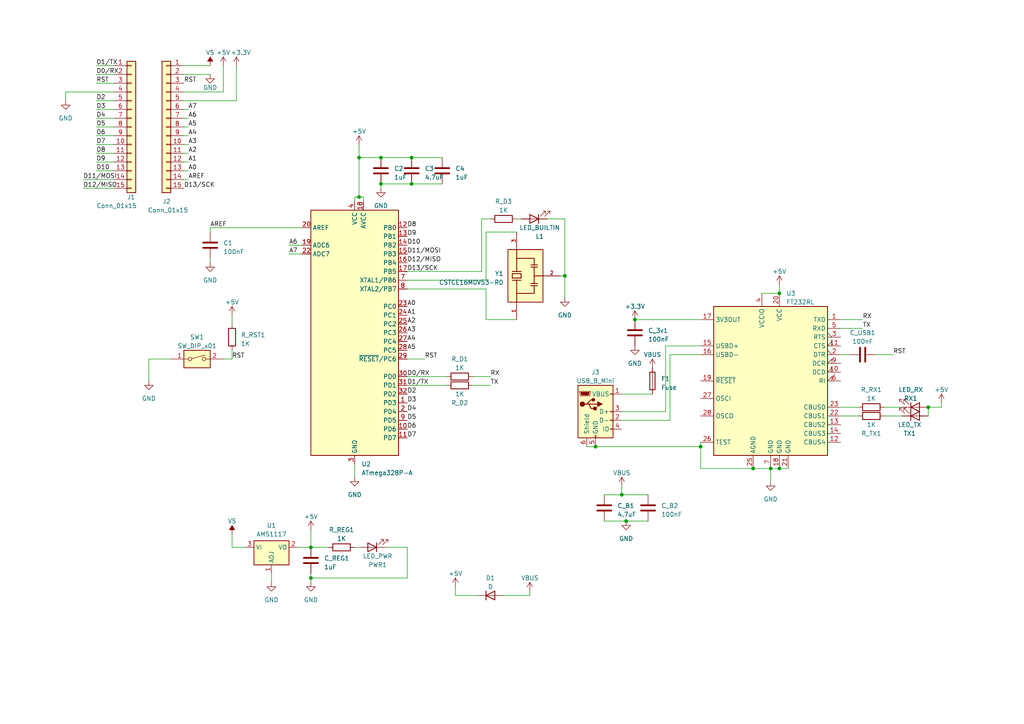
<source format=kicad_sch>
(kicad_sch (version 20230121) (generator eeschema)

  (uuid b8f5722e-77db-428f-9e20-4d17c9a0bf7c)

  (paper "A4")

  (lib_symbols
    (symbol "CSTCE16M0V53-R0:CSTCE16M0V53-R0" (pin_names (offset 1.016)) (in_bom yes) (on_board yes)
      (property "Reference" "Y" (at -7.62 6.35 0)
        (effects (font (size 1.27 1.27)) (justify left bottom))
      )
      (property "Value" "CSTCE16M0V53-R0" (at -7.62 -13.97 0)
        (effects (font (size 1.27 1.27)) (justify left top))
      )
      (property "Footprint" "OSC_CSTCE16M0V53-R0" (at 0 0 0)
        (effects (font (size 1.27 1.27)) (justify bottom) hide)
      )
      (property "Datasheet" "" (at 0 0 0)
        (effects (font (size 1.27 1.27)) hide)
      )
      (property "PARTREV" "10/24/2022" (at 0 0 0)
        (effects (font (size 1.27 1.27)) (justify bottom) hide)
      )
      (property "STANDARD" "Manufacturer Recommendations" (at 0 0 0)
        (effects (font (size 1.27 1.27)) (justify bottom) hide)
      )
      (property "SNAPEDA_PN" "CSTCE16M0V53-R0" (at 0 0 0)
        (effects (font (size 1.27 1.27)) (justify bottom) hide)
      )
      (property "MAXIMUM_PACKGE_HEIGHT" "1 mm" (at 0 0 0)
        (effects (font (size 1.27 1.27)) (justify bottom) hide)
      )
      (property "MANUFACTURER" "Murata" (at 0 0 0)
        (effects (font (size 1.27 1.27)) (justify bottom) hide)
      )
      (symbol "CSTCE16M0V53-R0_0_0"
        (rectangle (start -7.62 -5.08) (end 7.62 5.08)
          (stroke (width 0.254) (type default))
          (fill (type background))
        )
        (polyline
          (pts
            (xy -7.62 2.54)
            (xy -5.08 2.54)
          )
          (stroke (width 0.254) (type default))
          (fill (type none))
        )
        (polyline
          (pts
            (xy -5.08 -2.54)
            (xy -5.08 2.54)
          )
          (stroke (width 0.254) (type default))
          (fill (type none))
        )
        (polyline
          (pts
            (xy -5.08 2.54)
            (xy -1.27 2.54)
          )
          (stroke (width 0.254) (type default))
          (fill (type none))
        )
        (polyline
          (pts
            (xy -2.8575 -2.54)
            (xy -5.08 -2.54)
          )
          (stroke (width 0.254) (type default))
          (fill (type none))
        )
        (polyline
          (pts
            (xy -2.8575 -2.54)
            (xy -2.8575 -3.4925)
          )
          (stroke (width 0.254) (type default))
          (fill (type none))
        )
        (polyline
          (pts
            (xy -2.8575 -1.5875)
            (xy -2.8575 -2.54)
          )
          (stroke (width 0.254) (type default))
          (fill (type none))
        )
        (polyline
          (pts
            (xy -2.2225 -2.54)
            (xy -2.2225 -3.4925)
          )
          (stroke (width 0.254) (type default))
          (fill (type none))
        )
        (polyline
          (pts
            (xy -2.2225 -1.5875)
            (xy -2.2225 -2.54)
          )
          (stroke (width 0.254) (type default))
          (fill (type none))
        )
        (polyline
          (pts
            (xy -1.27 2.54)
            (xy -1.27 1.27)
          )
          (stroke (width 0.254) (type default))
          (fill (type none))
        )
        (polyline
          (pts
            (xy -1.27 3.81)
            (xy -1.27 2.54)
          )
          (stroke (width 0.254) (type default))
          (fill (type none))
        )
        (polyline
          (pts
            (xy -0.635 1.27)
            (xy -0.635 3.81)
          )
          (stroke (width 0.254) (type default))
          (fill (type none))
        )
        (polyline
          (pts
            (xy -0.635 3.81)
            (xy 0.635 3.81)
          )
          (stroke (width 0.254) (type default))
          (fill (type none))
        )
        (polyline
          (pts
            (xy 0 -5.08)
            (xy 0 -2.54)
          )
          (stroke (width 0.254) (type default))
          (fill (type none))
        )
        (polyline
          (pts
            (xy 0 -2.54)
            (xy -2.2225 -2.54)
          )
          (stroke (width 0.254) (type default))
          (fill (type none))
        )
        (polyline
          (pts
            (xy 0 -2.54)
            (xy 2.54 -2.54)
          )
          (stroke (width 0.254) (type default))
          (fill (type none))
        )
        (polyline
          (pts
            (xy 0.635 1.27)
            (xy -0.635 1.27)
          )
          (stroke (width 0.254) (type default))
          (fill (type none))
        )
        (polyline
          (pts
            (xy 0.635 3.81)
            (xy 0.635 1.27)
          )
          (stroke (width 0.254) (type default))
          (fill (type none))
        )
        (polyline
          (pts
            (xy 1.27 2.54)
            (xy 1.27 1.27)
          )
          (stroke (width 0.254) (type default))
          (fill (type none))
        )
        (polyline
          (pts
            (xy 1.27 2.54)
            (xy 5.08 2.54)
          )
          (stroke (width 0.254) (type default))
          (fill (type none))
        )
        (polyline
          (pts
            (xy 1.27 3.81)
            (xy 1.27 2.54)
          )
          (stroke (width 0.254) (type default))
          (fill (type none))
        )
        (polyline
          (pts
            (xy 2.54 -2.54)
            (xy 2.54 -3.4925)
          )
          (stroke (width 0.254) (type default))
          (fill (type none))
        )
        (polyline
          (pts
            (xy 2.54 -1.5875)
            (xy 2.54 -2.54)
          )
          (stroke (width 0.254) (type default))
          (fill (type none))
        )
        (polyline
          (pts
            (xy 3.175 -2.54)
            (xy 3.175 -3.4925)
          )
          (stroke (width 0.254) (type default))
          (fill (type none))
        )
        (polyline
          (pts
            (xy 3.175 -2.54)
            (xy 5.08 -2.54)
          )
          (stroke (width 0.254) (type default))
          (fill (type none))
        )
        (polyline
          (pts
            (xy 3.175 -1.5875)
            (xy 3.175 -2.54)
          )
          (stroke (width 0.254) (type default))
          (fill (type none))
        )
        (polyline
          (pts
            (xy 5.08 -2.54)
            (xy 5.08 2.54)
          )
          (stroke (width 0.254) (type default))
          (fill (type none))
        )
        (polyline
          (pts
            (xy 5.08 2.54)
            (xy 7.62 2.54)
          )
          (stroke (width 0.254) (type default))
          (fill (type none))
        )
        (pin input line (at -12.7 2.54 0) (length 5.08)
          (name "~" (effects (font (size 1.016 1.016))))
          (number "1" (effects (font (size 1.016 1.016))))
        )
        (pin power_in line (at 0 -10.16 90) (length 5.08)
          (name "~" (effects (font (size 1.016 1.016))))
          (number "2" (effects (font (size 1.016 1.016))))
        )
        (pin output line (at 12.7 2.54 180) (length 5.08)
          (name "~" (effects (font (size 1.016 1.016))))
          (number "3" (effects (font (size 1.016 1.016))))
        )
      )
    )
    (symbol "Connector:USB_B_Mini" (pin_names (offset 1.016)) (in_bom yes) (on_board yes)
      (property "Reference" "J" (at -5.08 11.43 0)
        (effects (font (size 1.27 1.27)) (justify left))
      )
      (property "Value" "USB_B_Mini" (at -5.08 8.89 0)
        (effects (font (size 1.27 1.27)) (justify left))
      )
      (property "Footprint" "" (at 3.81 -1.27 0)
        (effects (font (size 1.27 1.27)) hide)
      )
      (property "Datasheet" "~" (at 3.81 -1.27 0)
        (effects (font (size 1.27 1.27)) hide)
      )
      (property "ki_keywords" "connector USB mini" (at 0 0 0)
        (effects (font (size 1.27 1.27)) hide)
      )
      (property "ki_description" "USB Mini Type B connector" (at 0 0 0)
        (effects (font (size 1.27 1.27)) hide)
      )
      (property "ki_fp_filters" "USB*" (at 0 0 0)
        (effects (font (size 1.27 1.27)) hide)
      )
      (symbol "USB_B_Mini_0_1"
        (rectangle (start -5.08 -7.62) (end 5.08 7.62)
          (stroke (width 0.254) (type default))
          (fill (type background))
        )
        (circle (center -3.81 2.159) (radius 0.635)
          (stroke (width 0.254) (type default))
          (fill (type outline))
        )
        (circle (center -0.635 3.429) (radius 0.381)
          (stroke (width 0.254) (type default))
          (fill (type outline))
        )
        (rectangle (start -0.127 -7.62) (end 0.127 -6.858)
          (stroke (width 0) (type default))
          (fill (type none))
        )
        (polyline
          (pts
            (xy -1.905 2.159)
            (xy 0.635 2.159)
          )
          (stroke (width 0.254) (type default))
          (fill (type none))
        )
        (polyline
          (pts
            (xy -3.175 2.159)
            (xy -2.54 2.159)
            (xy -1.27 3.429)
            (xy -0.635 3.429)
          )
          (stroke (width 0.254) (type default))
          (fill (type none))
        )
        (polyline
          (pts
            (xy -2.54 2.159)
            (xy -1.905 2.159)
            (xy -1.27 0.889)
            (xy 0 0.889)
          )
          (stroke (width 0.254) (type default))
          (fill (type none))
        )
        (polyline
          (pts
            (xy 0.635 2.794)
            (xy 0.635 1.524)
            (xy 1.905 2.159)
            (xy 0.635 2.794)
          )
          (stroke (width 0.254) (type default))
          (fill (type outline))
        )
        (polyline
          (pts
            (xy -4.318 5.588)
            (xy -1.778 5.588)
            (xy -2.032 4.826)
            (xy -4.064 4.826)
            (xy -4.318 5.588)
          )
          (stroke (width 0) (type default))
          (fill (type outline))
        )
        (polyline
          (pts
            (xy -4.699 5.842)
            (xy -4.699 5.588)
            (xy -4.445 4.826)
            (xy -4.445 4.572)
            (xy -1.651 4.572)
            (xy -1.651 4.826)
            (xy -1.397 5.588)
            (xy -1.397 5.842)
            (xy -4.699 5.842)
          )
          (stroke (width 0) (type default))
          (fill (type none))
        )
        (rectangle (start 0.254 1.27) (end -0.508 0.508)
          (stroke (width 0.254) (type default))
          (fill (type outline))
        )
        (rectangle (start 5.08 -5.207) (end 4.318 -4.953)
          (stroke (width 0) (type default))
          (fill (type none))
        )
        (rectangle (start 5.08 -2.667) (end 4.318 -2.413)
          (stroke (width 0) (type default))
          (fill (type none))
        )
        (rectangle (start 5.08 -0.127) (end 4.318 0.127)
          (stroke (width 0) (type default))
          (fill (type none))
        )
        (rectangle (start 5.08 4.953) (end 4.318 5.207)
          (stroke (width 0) (type default))
          (fill (type none))
        )
      )
      (symbol "USB_B_Mini_1_1"
        (pin power_out line (at 7.62 5.08 180) (length 2.54)
          (name "VBUS" (effects (font (size 1.27 1.27))))
          (number "1" (effects (font (size 1.27 1.27))))
        )
        (pin bidirectional line (at 7.62 -2.54 180) (length 2.54)
          (name "D-" (effects (font (size 1.27 1.27))))
          (number "2" (effects (font (size 1.27 1.27))))
        )
        (pin bidirectional line (at 7.62 0 180) (length 2.54)
          (name "D+" (effects (font (size 1.27 1.27))))
          (number "3" (effects (font (size 1.27 1.27))))
        )
        (pin passive line (at 7.62 -5.08 180) (length 2.54)
          (name "ID" (effects (font (size 1.27 1.27))))
          (number "4" (effects (font (size 1.27 1.27))))
        )
        (pin power_out line (at 0 -10.16 90) (length 2.54)
          (name "GND" (effects (font (size 1.27 1.27))))
          (number "5" (effects (font (size 1.27 1.27))))
        )
        (pin passive line (at -2.54 -10.16 90) (length 2.54)
          (name "Shield" (effects (font (size 1.27 1.27))))
          (number "6" (effects (font (size 1.27 1.27))))
        )
      )
    )
    (symbol "Connector_Generic:Conn_01x15" (pin_names (offset 1.016) hide) (in_bom yes) (on_board yes)
      (property "Reference" "J" (at 0 20.32 0)
        (effects (font (size 1.27 1.27)))
      )
      (property "Value" "Conn_01x15" (at 0 -20.32 0)
        (effects (font (size 1.27 1.27)))
      )
      (property "Footprint" "" (at 0 0 0)
        (effects (font (size 1.27 1.27)) hide)
      )
      (property "Datasheet" "~" (at 0 0 0)
        (effects (font (size 1.27 1.27)) hide)
      )
      (property "ki_keywords" "connector" (at 0 0 0)
        (effects (font (size 1.27 1.27)) hide)
      )
      (property "ki_description" "Generic connector, single row, 01x15, script generated (kicad-library-utils/schlib/autogen/connector/)" (at 0 0 0)
        (effects (font (size 1.27 1.27)) hide)
      )
      (property "ki_fp_filters" "Connector*:*_1x??_*" (at 0 0 0)
        (effects (font (size 1.27 1.27)) hide)
      )
      (symbol "Conn_01x15_1_1"
        (rectangle (start -1.27 -17.653) (end 0 -17.907)
          (stroke (width 0.1524) (type default))
          (fill (type none))
        )
        (rectangle (start -1.27 -15.113) (end 0 -15.367)
          (stroke (width 0.1524) (type default))
          (fill (type none))
        )
        (rectangle (start -1.27 -12.573) (end 0 -12.827)
          (stroke (width 0.1524) (type default))
          (fill (type none))
        )
        (rectangle (start -1.27 -10.033) (end 0 -10.287)
          (stroke (width 0.1524) (type default))
          (fill (type none))
        )
        (rectangle (start -1.27 -7.493) (end 0 -7.747)
          (stroke (width 0.1524) (type default))
          (fill (type none))
        )
        (rectangle (start -1.27 -4.953) (end 0 -5.207)
          (stroke (width 0.1524) (type default))
          (fill (type none))
        )
        (rectangle (start -1.27 -2.413) (end 0 -2.667)
          (stroke (width 0.1524) (type default))
          (fill (type none))
        )
        (rectangle (start -1.27 0.127) (end 0 -0.127)
          (stroke (width 0.1524) (type default))
          (fill (type none))
        )
        (rectangle (start -1.27 2.667) (end 0 2.413)
          (stroke (width 0.1524) (type default))
          (fill (type none))
        )
        (rectangle (start -1.27 5.207) (end 0 4.953)
          (stroke (width 0.1524) (type default))
          (fill (type none))
        )
        (rectangle (start -1.27 7.747) (end 0 7.493)
          (stroke (width 0.1524) (type default))
          (fill (type none))
        )
        (rectangle (start -1.27 10.287) (end 0 10.033)
          (stroke (width 0.1524) (type default))
          (fill (type none))
        )
        (rectangle (start -1.27 12.827) (end 0 12.573)
          (stroke (width 0.1524) (type default))
          (fill (type none))
        )
        (rectangle (start -1.27 15.367) (end 0 15.113)
          (stroke (width 0.1524) (type default))
          (fill (type none))
        )
        (rectangle (start -1.27 17.907) (end 0 17.653)
          (stroke (width 0.1524) (type default))
          (fill (type none))
        )
        (rectangle (start -1.27 19.05) (end 1.27 -19.05)
          (stroke (width 0.254) (type default))
          (fill (type background))
        )
        (pin passive line (at -5.08 17.78 0) (length 3.81)
          (name "Pin_1" (effects (font (size 1.27 1.27))))
          (number "1" (effects (font (size 1.27 1.27))))
        )
        (pin passive line (at -5.08 -5.08 0) (length 3.81)
          (name "Pin_10" (effects (font (size 1.27 1.27))))
          (number "10" (effects (font (size 1.27 1.27))))
        )
        (pin passive line (at -5.08 -7.62 0) (length 3.81)
          (name "Pin_11" (effects (font (size 1.27 1.27))))
          (number "11" (effects (font (size 1.27 1.27))))
        )
        (pin passive line (at -5.08 -10.16 0) (length 3.81)
          (name "Pin_12" (effects (font (size 1.27 1.27))))
          (number "12" (effects (font (size 1.27 1.27))))
        )
        (pin passive line (at -5.08 -12.7 0) (length 3.81)
          (name "Pin_13" (effects (font (size 1.27 1.27))))
          (number "13" (effects (font (size 1.27 1.27))))
        )
        (pin passive line (at -5.08 -15.24 0) (length 3.81)
          (name "Pin_14" (effects (font (size 1.27 1.27))))
          (number "14" (effects (font (size 1.27 1.27))))
        )
        (pin passive line (at -5.08 -17.78 0) (length 3.81)
          (name "Pin_15" (effects (font (size 1.27 1.27))))
          (number "15" (effects (font (size 1.27 1.27))))
        )
        (pin passive line (at -5.08 15.24 0) (length 3.81)
          (name "Pin_2" (effects (font (size 1.27 1.27))))
          (number "2" (effects (font (size 1.27 1.27))))
        )
        (pin passive line (at -5.08 12.7 0) (length 3.81)
          (name "Pin_3" (effects (font (size 1.27 1.27))))
          (number "3" (effects (font (size 1.27 1.27))))
        )
        (pin passive line (at -5.08 10.16 0) (length 3.81)
          (name "Pin_4" (effects (font (size 1.27 1.27))))
          (number "4" (effects (font (size 1.27 1.27))))
        )
        (pin passive line (at -5.08 7.62 0) (length 3.81)
          (name "Pin_5" (effects (font (size 1.27 1.27))))
          (number "5" (effects (font (size 1.27 1.27))))
        )
        (pin passive line (at -5.08 5.08 0) (length 3.81)
          (name "Pin_6" (effects (font (size 1.27 1.27))))
          (number "6" (effects (font (size 1.27 1.27))))
        )
        (pin passive line (at -5.08 2.54 0) (length 3.81)
          (name "Pin_7" (effects (font (size 1.27 1.27))))
          (number "7" (effects (font (size 1.27 1.27))))
        )
        (pin passive line (at -5.08 0 0) (length 3.81)
          (name "Pin_8" (effects (font (size 1.27 1.27))))
          (number "8" (effects (font (size 1.27 1.27))))
        )
        (pin passive line (at -5.08 -2.54 0) (length 3.81)
          (name "Pin_9" (effects (font (size 1.27 1.27))))
          (number "9" (effects (font (size 1.27 1.27))))
        )
      )
    )
    (symbol "Device:C" (pin_numbers hide) (pin_names (offset 0.254)) (in_bom yes) (on_board yes)
      (property "Reference" "C" (at 0.635 2.54 0)
        (effects (font (size 1.27 1.27)) (justify left))
      )
      (property "Value" "C" (at 0.635 -2.54 0)
        (effects (font (size 1.27 1.27)) (justify left))
      )
      (property "Footprint" "" (at 0.9652 -3.81 0)
        (effects (font (size 1.27 1.27)) hide)
      )
      (property "Datasheet" "~" (at 0 0 0)
        (effects (font (size 1.27 1.27)) hide)
      )
      (property "ki_keywords" "cap capacitor" (at 0 0 0)
        (effects (font (size 1.27 1.27)) hide)
      )
      (property "ki_description" "Unpolarized capacitor" (at 0 0 0)
        (effects (font (size 1.27 1.27)) hide)
      )
      (property "ki_fp_filters" "C_*" (at 0 0 0)
        (effects (font (size 1.27 1.27)) hide)
      )
      (symbol "C_0_1"
        (polyline
          (pts
            (xy -2.032 -0.762)
            (xy 2.032 -0.762)
          )
          (stroke (width 0.508) (type default))
          (fill (type none))
        )
        (polyline
          (pts
            (xy -2.032 0.762)
            (xy 2.032 0.762)
          )
          (stroke (width 0.508) (type default))
          (fill (type none))
        )
      )
      (symbol "C_1_1"
        (pin passive line (at 0 3.81 270) (length 2.794)
          (name "~" (effects (font (size 1.27 1.27))))
          (number "1" (effects (font (size 1.27 1.27))))
        )
        (pin passive line (at 0 -3.81 90) (length 2.794)
          (name "~" (effects (font (size 1.27 1.27))))
          (number "2" (effects (font (size 1.27 1.27))))
        )
      )
    )
    (symbol "Device:D" (pin_numbers hide) (pin_names (offset 1.016) hide) (in_bom yes) (on_board yes)
      (property "Reference" "D" (at 0 2.54 0)
        (effects (font (size 1.27 1.27)))
      )
      (property "Value" "D" (at 0 -2.54 0)
        (effects (font (size 1.27 1.27)))
      )
      (property "Footprint" "" (at 0 0 0)
        (effects (font (size 1.27 1.27)) hide)
      )
      (property "Datasheet" "~" (at 0 0 0)
        (effects (font (size 1.27 1.27)) hide)
      )
      (property "Sim.Device" "D" (at 0 0 0)
        (effects (font (size 1.27 1.27)) hide)
      )
      (property "Sim.Pins" "1=K 2=A" (at 0 0 0)
        (effects (font (size 1.27 1.27)) hide)
      )
      (property "ki_keywords" "diode" (at 0 0 0)
        (effects (font (size 1.27 1.27)) hide)
      )
      (property "ki_description" "Diode" (at 0 0 0)
        (effects (font (size 1.27 1.27)) hide)
      )
      (property "ki_fp_filters" "TO-???* *_Diode_* *SingleDiode* D_*" (at 0 0 0)
        (effects (font (size 1.27 1.27)) hide)
      )
      (symbol "D_0_1"
        (polyline
          (pts
            (xy -1.27 1.27)
            (xy -1.27 -1.27)
          )
          (stroke (width 0.254) (type default))
          (fill (type none))
        )
        (polyline
          (pts
            (xy 1.27 0)
            (xy -1.27 0)
          )
          (stroke (width 0) (type default))
          (fill (type none))
        )
        (polyline
          (pts
            (xy 1.27 1.27)
            (xy 1.27 -1.27)
            (xy -1.27 0)
            (xy 1.27 1.27)
          )
          (stroke (width 0.254) (type default))
          (fill (type none))
        )
      )
      (symbol "D_1_1"
        (pin passive line (at -3.81 0 0) (length 2.54)
          (name "K" (effects (font (size 1.27 1.27))))
          (number "1" (effects (font (size 1.27 1.27))))
        )
        (pin passive line (at 3.81 0 180) (length 2.54)
          (name "A" (effects (font (size 1.27 1.27))))
          (number "2" (effects (font (size 1.27 1.27))))
        )
      )
    )
    (symbol "Device:Fuse" (pin_numbers hide) (pin_names (offset 0)) (in_bom yes) (on_board yes)
      (property "Reference" "F" (at 2.032 0 90)
        (effects (font (size 1.27 1.27)))
      )
      (property "Value" "Fuse" (at -1.905 0 90)
        (effects (font (size 1.27 1.27)))
      )
      (property "Footprint" "" (at -1.778 0 90)
        (effects (font (size 1.27 1.27)) hide)
      )
      (property "Datasheet" "~" (at 0 0 0)
        (effects (font (size 1.27 1.27)) hide)
      )
      (property "ki_keywords" "fuse" (at 0 0 0)
        (effects (font (size 1.27 1.27)) hide)
      )
      (property "ki_description" "Fuse" (at 0 0 0)
        (effects (font (size 1.27 1.27)) hide)
      )
      (property "ki_fp_filters" "*Fuse*" (at 0 0 0)
        (effects (font (size 1.27 1.27)) hide)
      )
      (symbol "Fuse_0_1"
        (rectangle (start -0.762 -2.54) (end 0.762 2.54)
          (stroke (width 0.254) (type default))
          (fill (type none))
        )
        (polyline
          (pts
            (xy 0 2.54)
            (xy 0 -2.54)
          )
          (stroke (width 0) (type default))
          (fill (type none))
        )
      )
      (symbol "Fuse_1_1"
        (pin passive line (at 0 3.81 270) (length 1.27)
          (name "~" (effects (font (size 1.27 1.27))))
          (number "1" (effects (font (size 1.27 1.27))))
        )
        (pin passive line (at 0 -3.81 90) (length 1.27)
          (name "~" (effects (font (size 1.27 1.27))))
          (number "2" (effects (font (size 1.27 1.27))))
        )
      )
    )
    (symbol "Device:LED" (pin_numbers hide) (pin_names (offset 1.016) hide) (in_bom yes) (on_board yes)
      (property "Reference" "D" (at 0 2.54 0)
        (effects (font (size 1.27 1.27)))
      )
      (property "Value" "LED" (at 0 -2.54 0)
        (effects (font (size 1.27 1.27)))
      )
      (property "Footprint" "" (at 0 0 0)
        (effects (font (size 1.27 1.27)) hide)
      )
      (property "Datasheet" "~" (at 0 0 0)
        (effects (font (size 1.27 1.27)) hide)
      )
      (property "ki_keywords" "LED diode" (at 0 0 0)
        (effects (font (size 1.27 1.27)) hide)
      )
      (property "ki_description" "Light emitting diode" (at 0 0 0)
        (effects (font (size 1.27 1.27)) hide)
      )
      (property "ki_fp_filters" "LED* LED_SMD:* LED_THT:*" (at 0 0 0)
        (effects (font (size 1.27 1.27)) hide)
      )
      (symbol "LED_0_1"
        (polyline
          (pts
            (xy -1.27 -1.27)
            (xy -1.27 1.27)
          )
          (stroke (width 0.254) (type default))
          (fill (type none))
        )
        (polyline
          (pts
            (xy -1.27 0)
            (xy 1.27 0)
          )
          (stroke (width 0) (type default))
          (fill (type none))
        )
        (polyline
          (pts
            (xy 1.27 -1.27)
            (xy 1.27 1.27)
            (xy -1.27 0)
            (xy 1.27 -1.27)
          )
          (stroke (width 0.254) (type default))
          (fill (type none))
        )
        (polyline
          (pts
            (xy -3.048 -0.762)
            (xy -4.572 -2.286)
            (xy -3.81 -2.286)
            (xy -4.572 -2.286)
            (xy -4.572 -1.524)
          )
          (stroke (width 0) (type default))
          (fill (type none))
        )
        (polyline
          (pts
            (xy -1.778 -0.762)
            (xy -3.302 -2.286)
            (xy -2.54 -2.286)
            (xy -3.302 -2.286)
            (xy -3.302 -1.524)
          )
          (stroke (width 0) (type default))
          (fill (type none))
        )
      )
      (symbol "LED_1_1"
        (pin passive line (at -3.81 0 0) (length 2.54)
          (name "K" (effects (font (size 1.27 1.27))))
          (number "1" (effects (font (size 1.27 1.27))))
        )
        (pin passive line (at 3.81 0 180) (length 2.54)
          (name "A" (effects (font (size 1.27 1.27))))
          (number "2" (effects (font (size 1.27 1.27))))
        )
      )
    )
    (symbol "Device:R" (pin_numbers hide) (pin_names (offset 0)) (in_bom yes) (on_board yes)
      (property "Reference" "R" (at 2.032 0 90)
        (effects (font (size 1.27 1.27)))
      )
      (property "Value" "R" (at 0 0 90)
        (effects (font (size 1.27 1.27)))
      )
      (property "Footprint" "" (at -1.778 0 90)
        (effects (font (size 1.27 1.27)) hide)
      )
      (property "Datasheet" "~" (at 0 0 0)
        (effects (font (size 1.27 1.27)) hide)
      )
      (property "ki_keywords" "R res resistor" (at 0 0 0)
        (effects (font (size 1.27 1.27)) hide)
      )
      (property "ki_description" "Resistor" (at 0 0 0)
        (effects (font (size 1.27 1.27)) hide)
      )
      (property "ki_fp_filters" "R_*" (at 0 0 0)
        (effects (font (size 1.27 1.27)) hide)
      )
      (symbol "R_0_1"
        (rectangle (start -1.016 -2.54) (end 1.016 2.54)
          (stroke (width 0.254) (type default))
          (fill (type none))
        )
      )
      (symbol "R_1_1"
        (pin passive line (at 0 3.81 270) (length 1.27)
          (name "~" (effects (font (size 1.27 1.27))))
          (number "1" (effects (font (size 1.27 1.27))))
        )
        (pin passive line (at 0 -3.81 90) (length 1.27)
          (name "~" (effects (font (size 1.27 1.27))))
          (number "2" (effects (font (size 1.27 1.27))))
        )
      )
    )
    (symbol "Interface_USB:FT232RL" (in_bom yes) (on_board yes)
      (property "Reference" "U" (at -16.51 22.86 0)
        (effects (font (size 1.27 1.27)) (justify left))
      )
      (property "Value" "FT232RL" (at 10.16 22.86 0)
        (effects (font (size 1.27 1.27)) (justify left))
      )
      (property "Footprint" "Package_SO:SSOP-28_5.3x10.2mm_P0.65mm" (at 27.94 -22.86 0)
        (effects (font (size 1.27 1.27)) hide)
      )
      (property "Datasheet" "https://www.ftdichip.com/Support/Documents/DataSheets/ICs/DS_FT232R.pdf" (at 0 0 0)
        (effects (font (size 1.27 1.27)) hide)
      )
      (property "ki_keywords" "FTDI USB Serial" (at 0 0 0)
        (effects (font (size 1.27 1.27)) hide)
      )
      (property "ki_description" "USB to Serial Interface, SSOP-28" (at 0 0 0)
        (effects (font (size 1.27 1.27)) hide)
      )
      (property "ki_fp_filters" "SSOP*5.3x10.2mm*P0.65mm*" (at 0 0 0)
        (effects (font (size 1.27 1.27)) hide)
      )
      (symbol "FT232RL_0_1"
        (rectangle (start -16.51 21.59) (end 16.51 -21.59)
          (stroke (width 0.254) (type default))
          (fill (type background))
        )
      )
      (symbol "FT232RL_1_1"
        (pin output line (at 20.32 17.78 180) (length 3.81)
          (name "TXD" (effects (font (size 1.27 1.27))))
          (number "1" (effects (font (size 1.27 1.27))))
        )
        (pin input input_low (at 20.32 2.54 180) (length 3.81)
          (name "DCD" (effects (font (size 1.27 1.27))))
          (number "10" (effects (font (size 1.27 1.27))))
        )
        (pin input input_low (at 20.32 10.16 180) (length 3.81)
          (name "CTS" (effects (font (size 1.27 1.27))))
          (number "11" (effects (font (size 1.27 1.27))))
        )
        (pin bidirectional line (at 20.32 -17.78 180) (length 3.81)
          (name "CBUS4" (effects (font (size 1.27 1.27))))
          (number "12" (effects (font (size 1.27 1.27))))
        )
        (pin bidirectional line (at 20.32 -12.7 180) (length 3.81)
          (name "CBUS2" (effects (font (size 1.27 1.27))))
          (number "13" (effects (font (size 1.27 1.27))))
        )
        (pin bidirectional line (at 20.32 -15.24 180) (length 3.81)
          (name "CBUS3" (effects (font (size 1.27 1.27))))
          (number "14" (effects (font (size 1.27 1.27))))
        )
        (pin bidirectional line (at -20.32 10.16 0) (length 3.81)
          (name "USBD+" (effects (font (size 1.27 1.27))))
          (number "15" (effects (font (size 1.27 1.27))))
        )
        (pin bidirectional line (at -20.32 7.62 0) (length 3.81)
          (name "USBD-" (effects (font (size 1.27 1.27))))
          (number "16" (effects (font (size 1.27 1.27))))
        )
        (pin power_out line (at -20.32 17.78 0) (length 3.81)
          (name "3V3OUT" (effects (font (size 1.27 1.27))))
          (number "17" (effects (font (size 1.27 1.27))))
        )
        (pin power_in line (at 2.54 -25.4 90) (length 3.81)
          (name "GND" (effects (font (size 1.27 1.27))))
          (number "18" (effects (font (size 1.27 1.27))))
        )
        (pin input line (at -20.32 0 0) (length 3.81)
          (name "~{RESET}" (effects (font (size 1.27 1.27))))
          (number "19" (effects (font (size 1.27 1.27))))
        )
        (pin output output_low (at 20.32 7.62 180) (length 3.81)
          (name "DTR" (effects (font (size 1.27 1.27))))
          (number "2" (effects (font (size 1.27 1.27))))
        )
        (pin power_in line (at 2.54 25.4 270) (length 3.81)
          (name "VCC" (effects (font (size 1.27 1.27))))
          (number "20" (effects (font (size 1.27 1.27))))
        )
        (pin power_in line (at 5.08 -25.4 90) (length 3.81)
          (name "GND" (effects (font (size 1.27 1.27))))
          (number "21" (effects (font (size 1.27 1.27))))
        )
        (pin bidirectional line (at 20.32 -10.16 180) (length 3.81)
          (name "CBUS1" (effects (font (size 1.27 1.27))))
          (number "22" (effects (font (size 1.27 1.27))))
        )
        (pin bidirectional line (at 20.32 -7.62 180) (length 3.81)
          (name "CBUS0" (effects (font (size 1.27 1.27))))
          (number "23" (effects (font (size 1.27 1.27))))
        )
        (pin power_in line (at -5.08 -25.4 90) (length 3.81)
          (name "AGND" (effects (font (size 1.27 1.27))))
          (number "25" (effects (font (size 1.27 1.27))))
        )
        (pin input line (at -20.32 -17.78 0) (length 3.81)
          (name "TEST" (effects (font (size 1.27 1.27))))
          (number "26" (effects (font (size 1.27 1.27))))
        )
        (pin input line (at -20.32 -5.08 0) (length 3.81)
          (name "OSCI" (effects (font (size 1.27 1.27))))
          (number "27" (effects (font (size 1.27 1.27))))
        )
        (pin output line (at -20.32 -10.16 0) (length 3.81)
          (name "OSCO" (effects (font (size 1.27 1.27))))
          (number "28" (effects (font (size 1.27 1.27))))
        )
        (pin output output_low (at 20.32 12.7 180) (length 3.81)
          (name "RTS" (effects (font (size 1.27 1.27))))
          (number "3" (effects (font (size 1.27 1.27))))
        )
        (pin power_in line (at -2.54 25.4 270) (length 3.81)
          (name "VCCIO" (effects (font (size 1.27 1.27))))
          (number "4" (effects (font (size 1.27 1.27))))
        )
        (pin input line (at 20.32 15.24 180) (length 3.81)
          (name "RXD" (effects (font (size 1.27 1.27))))
          (number "5" (effects (font (size 1.27 1.27))))
        )
        (pin input input_low (at 20.32 0 180) (length 3.81)
          (name "RI" (effects (font (size 1.27 1.27))))
          (number "6" (effects (font (size 1.27 1.27))))
        )
        (pin power_in line (at 0 -25.4 90) (length 3.81)
          (name "GND" (effects (font (size 1.27 1.27))))
          (number "7" (effects (font (size 1.27 1.27))))
        )
        (pin input input_low (at 20.32 5.08 180) (length 3.81)
          (name "DCR" (effects (font (size 1.27 1.27))))
          (number "9" (effects (font (size 1.27 1.27))))
        )
      )
    )
    (symbol "MCU_Microchip_ATmega:ATmega328P-A" (in_bom yes) (on_board yes)
      (property "Reference" "U" (at -12.7 36.83 0)
        (effects (font (size 1.27 1.27)) (justify left bottom))
      )
      (property "Value" "ATmega328P-A" (at 2.54 -36.83 0)
        (effects (font (size 1.27 1.27)) (justify left top))
      )
      (property "Footprint" "Package_QFP:TQFP-32_7x7mm_P0.8mm" (at 0 0 0)
        (effects (font (size 1.27 1.27) italic) hide)
      )
      (property "Datasheet" "http://ww1.microchip.com/downloads/en/DeviceDoc/ATmega328_P%20AVR%20MCU%20with%20picoPower%20Technology%20Data%20Sheet%2040001984A.pdf" (at 0 0 0)
        (effects (font (size 1.27 1.27)) hide)
      )
      (property "ki_keywords" "AVR 8bit Microcontroller MegaAVR PicoPower" (at 0 0 0)
        (effects (font (size 1.27 1.27)) hide)
      )
      (property "ki_description" "20MHz, 32kB Flash, 2kB SRAM, 1kB EEPROM, TQFP-32" (at 0 0 0)
        (effects (font (size 1.27 1.27)) hide)
      )
      (property "ki_fp_filters" "TQFP*7x7mm*P0.8mm*" (at 0 0 0)
        (effects (font (size 1.27 1.27)) hide)
      )
      (symbol "ATmega328P-A_0_1"
        (rectangle (start -12.7 -35.56) (end 12.7 35.56)
          (stroke (width 0.254) (type default))
          (fill (type background))
        )
      )
      (symbol "ATmega328P-A_1_1"
        (pin bidirectional line (at 15.24 -20.32 180) (length 2.54)
          (name "PD3" (effects (font (size 1.27 1.27))))
          (number "1" (effects (font (size 1.27 1.27))))
        )
        (pin bidirectional line (at 15.24 -27.94 180) (length 2.54)
          (name "PD6" (effects (font (size 1.27 1.27))))
          (number "10" (effects (font (size 1.27 1.27))))
        )
        (pin bidirectional line (at 15.24 -30.48 180) (length 2.54)
          (name "PD7" (effects (font (size 1.27 1.27))))
          (number "11" (effects (font (size 1.27 1.27))))
        )
        (pin bidirectional line (at 15.24 30.48 180) (length 2.54)
          (name "PB0" (effects (font (size 1.27 1.27))))
          (number "12" (effects (font (size 1.27 1.27))))
        )
        (pin bidirectional line (at 15.24 27.94 180) (length 2.54)
          (name "PB1" (effects (font (size 1.27 1.27))))
          (number "13" (effects (font (size 1.27 1.27))))
        )
        (pin bidirectional line (at 15.24 25.4 180) (length 2.54)
          (name "PB2" (effects (font (size 1.27 1.27))))
          (number "14" (effects (font (size 1.27 1.27))))
        )
        (pin bidirectional line (at 15.24 22.86 180) (length 2.54)
          (name "PB3" (effects (font (size 1.27 1.27))))
          (number "15" (effects (font (size 1.27 1.27))))
        )
        (pin bidirectional line (at 15.24 20.32 180) (length 2.54)
          (name "PB4" (effects (font (size 1.27 1.27))))
          (number "16" (effects (font (size 1.27 1.27))))
        )
        (pin bidirectional line (at 15.24 17.78 180) (length 2.54)
          (name "PB5" (effects (font (size 1.27 1.27))))
          (number "17" (effects (font (size 1.27 1.27))))
        )
        (pin power_in line (at 2.54 38.1 270) (length 2.54)
          (name "AVCC" (effects (font (size 1.27 1.27))))
          (number "18" (effects (font (size 1.27 1.27))))
        )
        (pin input line (at -15.24 25.4 0) (length 2.54)
          (name "ADC6" (effects (font (size 1.27 1.27))))
          (number "19" (effects (font (size 1.27 1.27))))
        )
        (pin bidirectional line (at 15.24 -22.86 180) (length 2.54)
          (name "PD4" (effects (font (size 1.27 1.27))))
          (number "2" (effects (font (size 1.27 1.27))))
        )
        (pin passive line (at -15.24 30.48 0) (length 2.54)
          (name "AREF" (effects (font (size 1.27 1.27))))
          (number "20" (effects (font (size 1.27 1.27))))
        )
        (pin passive line (at 0 -38.1 90) (length 2.54) hide
          (name "GND" (effects (font (size 1.27 1.27))))
          (number "21" (effects (font (size 1.27 1.27))))
        )
        (pin input line (at -15.24 22.86 0) (length 2.54)
          (name "ADC7" (effects (font (size 1.27 1.27))))
          (number "22" (effects (font (size 1.27 1.27))))
        )
        (pin bidirectional line (at 15.24 7.62 180) (length 2.54)
          (name "PC0" (effects (font (size 1.27 1.27))))
          (number "23" (effects (font (size 1.27 1.27))))
        )
        (pin bidirectional line (at 15.24 5.08 180) (length 2.54)
          (name "PC1" (effects (font (size 1.27 1.27))))
          (number "24" (effects (font (size 1.27 1.27))))
        )
        (pin bidirectional line (at 15.24 2.54 180) (length 2.54)
          (name "PC2" (effects (font (size 1.27 1.27))))
          (number "25" (effects (font (size 1.27 1.27))))
        )
        (pin bidirectional line (at 15.24 0 180) (length 2.54)
          (name "PC3" (effects (font (size 1.27 1.27))))
          (number "26" (effects (font (size 1.27 1.27))))
        )
        (pin bidirectional line (at 15.24 -2.54 180) (length 2.54)
          (name "PC4" (effects (font (size 1.27 1.27))))
          (number "27" (effects (font (size 1.27 1.27))))
        )
        (pin bidirectional line (at 15.24 -5.08 180) (length 2.54)
          (name "PC5" (effects (font (size 1.27 1.27))))
          (number "28" (effects (font (size 1.27 1.27))))
        )
        (pin bidirectional line (at 15.24 -7.62 180) (length 2.54)
          (name "~{RESET}/PC6" (effects (font (size 1.27 1.27))))
          (number "29" (effects (font (size 1.27 1.27))))
        )
        (pin power_in line (at 0 -38.1 90) (length 2.54)
          (name "GND" (effects (font (size 1.27 1.27))))
          (number "3" (effects (font (size 1.27 1.27))))
        )
        (pin bidirectional line (at 15.24 -12.7 180) (length 2.54)
          (name "PD0" (effects (font (size 1.27 1.27))))
          (number "30" (effects (font (size 1.27 1.27))))
        )
        (pin bidirectional line (at 15.24 -15.24 180) (length 2.54)
          (name "PD1" (effects (font (size 1.27 1.27))))
          (number "31" (effects (font (size 1.27 1.27))))
        )
        (pin bidirectional line (at 15.24 -17.78 180) (length 2.54)
          (name "PD2" (effects (font (size 1.27 1.27))))
          (number "32" (effects (font (size 1.27 1.27))))
        )
        (pin power_in line (at 0 38.1 270) (length 2.54)
          (name "VCC" (effects (font (size 1.27 1.27))))
          (number "4" (effects (font (size 1.27 1.27))))
        )
        (pin passive line (at 0 -38.1 90) (length 2.54) hide
          (name "GND" (effects (font (size 1.27 1.27))))
          (number "5" (effects (font (size 1.27 1.27))))
        )
        (pin passive line (at 0 38.1 270) (length 2.54) hide
          (name "VCC" (effects (font (size 1.27 1.27))))
          (number "6" (effects (font (size 1.27 1.27))))
        )
        (pin bidirectional line (at 15.24 15.24 180) (length 2.54)
          (name "XTAL1/PB6" (effects (font (size 1.27 1.27))))
          (number "7" (effects (font (size 1.27 1.27))))
        )
        (pin bidirectional line (at 15.24 12.7 180) (length 2.54)
          (name "XTAL2/PB7" (effects (font (size 1.27 1.27))))
          (number "8" (effects (font (size 1.27 1.27))))
        )
        (pin bidirectional line (at 15.24 -25.4 180) (length 2.54)
          (name "PD5" (effects (font (size 1.27 1.27))))
          (number "9" (effects (font (size 1.27 1.27))))
        )
      )
    )
    (symbol "Regulator_Linear:AMS1117" (in_bom yes) (on_board yes)
      (property "Reference" "U" (at -3.81 3.175 0)
        (effects (font (size 1.27 1.27)))
      )
      (property "Value" "AMS1117" (at 0 3.175 0)
        (effects (font (size 1.27 1.27)) (justify left))
      )
      (property "Footprint" "Package_TO_SOT_SMD:SOT-223-3_TabPin2" (at 0 5.08 0)
        (effects (font (size 1.27 1.27)) hide)
      )
      (property "Datasheet" "http://www.advanced-monolithic.com/pdf/ds1117.pdf" (at 2.54 -6.35 0)
        (effects (font (size 1.27 1.27)) hide)
      )
      (property "ki_keywords" "linear regulator ldo adjustable positive" (at 0 0 0)
        (effects (font (size 1.27 1.27)) hide)
      )
      (property "ki_description" "1A Low Dropout regulator, positive, adjustable output, SOT-223" (at 0 0 0)
        (effects (font (size 1.27 1.27)) hide)
      )
      (property "ki_fp_filters" "SOT?223*TabPin2*" (at 0 0 0)
        (effects (font (size 1.27 1.27)) hide)
      )
      (symbol "AMS1117_0_1"
        (rectangle (start -5.08 -5.08) (end 5.08 1.905)
          (stroke (width 0.254) (type default))
          (fill (type background))
        )
      )
      (symbol "AMS1117_1_1"
        (pin input line (at 0 -7.62 90) (length 2.54)
          (name "ADJ" (effects (font (size 1.27 1.27))))
          (number "1" (effects (font (size 1.27 1.27))))
        )
        (pin power_out line (at 7.62 0 180) (length 2.54)
          (name "VO" (effects (font (size 1.27 1.27))))
          (number "2" (effects (font (size 1.27 1.27))))
        )
        (pin power_in line (at -7.62 0 0) (length 2.54)
          (name "VI" (effects (font (size 1.27 1.27))))
          (number "3" (effects (font (size 1.27 1.27))))
        )
      )
    )
    (symbol "Switch:SW_DIP_x01" (pin_names (offset 0) hide) (in_bom yes) (on_board yes)
      (property "Reference" "SW" (at 0 3.81 0)
        (effects (font (size 1.27 1.27)))
      )
      (property "Value" "SW_DIP_x01" (at 0 -3.81 0)
        (effects (font (size 1.27 1.27)))
      )
      (property "Footprint" "" (at 0 0 0)
        (effects (font (size 1.27 1.27)) hide)
      )
      (property "Datasheet" "~" (at 0 0 0)
        (effects (font (size 1.27 1.27)) hide)
      )
      (property "ki_keywords" "dip switch" (at 0 0 0)
        (effects (font (size 1.27 1.27)) hide)
      )
      (property "ki_description" "1x DIP Switch, Single Pole Single Throw (SPST) switch, small symbol" (at 0 0 0)
        (effects (font (size 1.27 1.27)) hide)
      )
      (property "ki_fp_filters" "SW?DIP?x1*" (at 0 0 0)
        (effects (font (size 1.27 1.27)) hide)
      )
      (symbol "SW_DIP_x01_0_0"
        (circle (center -2.032 0) (radius 0.508)
          (stroke (width 0) (type default))
          (fill (type none))
        )
        (polyline
          (pts
            (xy -1.524 0.127)
            (xy 2.3622 1.1684)
          )
          (stroke (width 0) (type default))
          (fill (type none))
        )
        (circle (center 2.032 0) (radius 0.508)
          (stroke (width 0) (type default))
          (fill (type none))
        )
      )
      (symbol "SW_DIP_x01_0_1"
        (rectangle (start -3.81 2.54) (end 3.81 -2.54)
          (stroke (width 0.254) (type default))
          (fill (type background))
        )
      )
      (symbol "SW_DIP_x01_1_1"
        (pin passive line (at -7.62 0 0) (length 5.08)
          (name "~" (effects (font (size 1.27 1.27))))
          (number "1" (effects (font (size 1.27 1.27))))
        )
        (pin passive line (at 7.62 0 180) (length 5.08)
          (name "~" (effects (font (size 1.27 1.27))))
          (number "2" (effects (font (size 1.27 1.27))))
        )
      )
    )
    (symbol "power:+3.3V" (power) (pin_names (offset 0)) (in_bom yes) (on_board yes)
      (property "Reference" "#PWR" (at 0 -3.81 0)
        (effects (font (size 1.27 1.27)) hide)
      )
      (property "Value" "+3.3V" (at 0 3.556 0)
        (effects (font (size 1.27 1.27)))
      )
      (property "Footprint" "" (at 0 0 0)
        (effects (font (size 1.27 1.27)) hide)
      )
      (property "Datasheet" "" (at 0 0 0)
        (effects (font (size 1.27 1.27)) hide)
      )
      (property "ki_keywords" "global power" (at 0 0 0)
        (effects (font (size 1.27 1.27)) hide)
      )
      (property "ki_description" "Power symbol creates a global label with name \"+3.3V\"" (at 0 0 0)
        (effects (font (size 1.27 1.27)) hide)
      )
      (symbol "+3.3V_0_1"
        (polyline
          (pts
            (xy -0.762 1.27)
            (xy 0 2.54)
          )
          (stroke (width 0) (type default))
          (fill (type none))
        )
        (polyline
          (pts
            (xy 0 0)
            (xy 0 2.54)
          )
          (stroke (width 0) (type default))
          (fill (type none))
        )
        (polyline
          (pts
            (xy 0 2.54)
            (xy 0.762 1.27)
          )
          (stroke (width 0) (type default))
          (fill (type none))
        )
      )
      (symbol "+3.3V_1_1"
        (pin power_in line (at 0 0 90) (length 0) hide
          (name "+3.3V" (effects (font (size 1.27 1.27))))
          (number "1" (effects (font (size 1.27 1.27))))
        )
      )
    )
    (symbol "power:+5V" (power) (pin_names (offset 0)) (in_bom yes) (on_board yes)
      (property "Reference" "#PWR" (at 0 -3.81 0)
        (effects (font (size 1.27 1.27)) hide)
      )
      (property "Value" "+5V" (at 0 3.556 0)
        (effects (font (size 1.27 1.27)))
      )
      (property "Footprint" "" (at 0 0 0)
        (effects (font (size 1.27 1.27)) hide)
      )
      (property "Datasheet" "" (at 0 0 0)
        (effects (font (size 1.27 1.27)) hide)
      )
      (property "ki_keywords" "global power" (at 0 0 0)
        (effects (font (size 1.27 1.27)) hide)
      )
      (property "ki_description" "Power symbol creates a global label with name \"+5V\"" (at 0 0 0)
        (effects (font (size 1.27 1.27)) hide)
      )
      (symbol "+5V_0_1"
        (polyline
          (pts
            (xy -0.762 1.27)
            (xy 0 2.54)
          )
          (stroke (width 0) (type default))
          (fill (type none))
        )
        (polyline
          (pts
            (xy 0 0)
            (xy 0 2.54)
          )
          (stroke (width 0) (type default))
          (fill (type none))
        )
        (polyline
          (pts
            (xy 0 2.54)
            (xy 0.762 1.27)
          )
          (stroke (width 0) (type default))
          (fill (type none))
        )
      )
      (symbol "+5V_1_1"
        (pin power_in line (at 0 0 90) (length 0) hide
          (name "+5V" (effects (font (size 1.27 1.27))))
          (number "1" (effects (font (size 1.27 1.27))))
        )
      )
    )
    (symbol "power:GND" (power) (pin_names (offset 0)) (in_bom yes) (on_board yes)
      (property "Reference" "#PWR" (at 0 -6.35 0)
        (effects (font (size 1.27 1.27)) hide)
      )
      (property "Value" "GND" (at 0 -3.81 0)
        (effects (font (size 1.27 1.27)))
      )
      (property "Footprint" "" (at 0 0 0)
        (effects (font (size 1.27 1.27)) hide)
      )
      (property "Datasheet" "" (at 0 0 0)
        (effects (font (size 1.27 1.27)) hide)
      )
      (property "ki_keywords" "global power" (at 0 0 0)
        (effects (font (size 1.27 1.27)) hide)
      )
      (property "ki_description" "Power symbol creates a global label with name \"GND\" , ground" (at 0 0 0)
        (effects (font (size 1.27 1.27)) hide)
      )
      (symbol "GND_0_1"
        (polyline
          (pts
            (xy 0 0)
            (xy 0 -1.27)
            (xy 1.27 -1.27)
            (xy 0 -2.54)
            (xy -1.27 -1.27)
            (xy 0 -1.27)
          )
          (stroke (width 0) (type default))
          (fill (type none))
        )
      )
      (symbol "GND_1_1"
        (pin power_in line (at 0 0 270) (length 0) hide
          (name "GND" (effects (font (size 1.27 1.27))))
          (number "1" (effects (font (size 1.27 1.27))))
        )
      )
    )
    (symbol "power:VBUS" (power) (pin_names (offset 0)) (in_bom yes) (on_board yes)
      (property "Reference" "#PWR" (at 0 -3.81 0)
        (effects (font (size 1.27 1.27)) hide)
      )
      (property "Value" "VBUS" (at 0 3.81 0)
        (effects (font (size 1.27 1.27)))
      )
      (property "Footprint" "" (at 0 0 0)
        (effects (font (size 1.27 1.27)) hide)
      )
      (property "Datasheet" "" (at 0 0 0)
        (effects (font (size 1.27 1.27)) hide)
      )
      (property "ki_keywords" "global power" (at 0 0 0)
        (effects (font (size 1.27 1.27)) hide)
      )
      (property "ki_description" "Power symbol creates a global label with name \"VBUS\"" (at 0 0 0)
        (effects (font (size 1.27 1.27)) hide)
      )
      (symbol "VBUS_0_1"
        (polyline
          (pts
            (xy -0.762 1.27)
            (xy 0 2.54)
          )
          (stroke (width 0) (type default))
          (fill (type none))
        )
        (polyline
          (pts
            (xy 0 0)
            (xy 0 2.54)
          )
          (stroke (width 0) (type default))
          (fill (type none))
        )
        (polyline
          (pts
            (xy 0 2.54)
            (xy 0.762 1.27)
          )
          (stroke (width 0) (type default))
          (fill (type none))
        )
      )
      (symbol "VBUS_1_1"
        (pin power_in line (at 0 0 90) (length 0) hide
          (name "VBUS" (effects (font (size 1.27 1.27))))
          (number "1" (effects (font (size 1.27 1.27))))
        )
      )
    )
    (symbol "power:VS" (power) (pin_names (offset 0)) (in_bom yes) (on_board yes)
      (property "Reference" "#PWR" (at -5.08 -3.81 0)
        (effects (font (size 1.27 1.27)) hide)
      )
      (property "Value" "VS" (at 0 3.81 0)
        (effects (font (size 1.27 1.27)))
      )
      (property "Footprint" "" (at 0 0 0)
        (effects (font (size 1.27 1.27)) hide)
      )
      (property "Datasheet" "" (at 0 0 0)
        (effects (font (size 1.27 1.27)) hide)
      )
      (property "ki_keywords" "global power" (at 0 0 0)
        (effects (font (size 1.27 1.27)) hide)
      )
      (property "ki_description" "Power symbol creates a global label with name \"VS\"" (at 0 0 0)
        (effects (font (size 1.27 1.27)) hide)
      )
      (symbol "VS_0_1"
        (polyline
          (pts
            (xy 0 0)
            (xy 0 2.54)
          )
          (stroke (width 0) (type default))
          (fill (type none))
        )
        (polyline
          (pts
            (xy 0.762 1.27)
            (xy -0.762 1.27)
            (xy 0 2.54)
            (xy 0.762 1.27)
          )
          (stroke (width 0) (type default))
          (fill (type outline))
        )
      )
      (symbol "VS_1_1"
        (pin power_in line (at 0 0 90) (length 0) hide
          (name "VS" (effects (font (size 1.27 1.27))))
          (number "1" (effects (font (size 1.27 1.27))))
        )
      )
    )
  )

  (junction (at 90.17 167.64) (diameter 0) (color 0 0 0 0)
    (uuid 0841dbce-c2c2-468b-881c-e5abedce22fb)
  )
  (junction (at 203.2 129.54) (diameter 0) (color 0 0 0 0)
    (uuid 0a09857b-16b0-44be-955a-d0a02409af98)
  )
  (junction (at 269.24 118.11) (diameter 0) (color 0 0 0 0)
    (uuid 0d8a4499-e9b5-40a2-8028-38a937e89c74)
  )
  (junction (at 181.61 151.13) (diameter 0) (color 0 0 0 0)
    (uuid 11d790a8-769d-4470-bb7a-7170b912c7a9)
  )
  (junction (at 90.17 158.75) (diameter 0) (color 0 0 0 0)
    (uuid 1a048a14-7180-4887-9bdd-f0fbbf85c5ed)
  )
  (junction (at 218.44 135.89) (diameter 0) (color 0 0 0 0)
    (uuid 256bc7c1-1f9a-4f32-9709-9f4fa6ee0ce1)
  )
  (junction (at 172.72 129.54) (diameter 0) (color 0 0 0 0)
    (uuid 4a086ff0-be1e-4949-97b2-d9606ad7b0b3)
  )
  (junction (at 226.06 135.89) (diameter 0) (color 0 0 0 0)
    (uuid 77ebd141-75b7-43b4-b18c-609d2571d95d)
  )
  (junction (at 104.14 57.15) (diameter 0) (color 0 0 0 0)
    (uuid 845aa49b-fbca-4501-b10e-85c474a59d26)
  )
  (junction (at 110.49 45.72) (diameter 0) (color 0 0 0 0)
    (uuid 84619692-7966-461a-8d63-bec2e705b010)
  )
  (junction (at 104.14 45.72) (diameter 0) (color 0 0 0 0)
    (uuid 868dd709-cd7a-4afc-ad70-24fb3766aa68)
  )
  (junction (at 110.49 53.34) (diameter 0) (color 0 0 0 0)
    (uuid a5b53e41-44a0-4982-bbee-48418ff683c8)
  )
  (junction (at 119.38 45.72) (diameter 0) (color 0 0 0 0)
    (uuid bb3c0067-1ac4-4c48-93ca-74b1142fd9a1)
  )
  (junction (at 163.83 80.01) (diameter 0) (color 0 0 0 0)
    (uuid c1de486b-c585-41a4-ac8e-9d55cb5eb345)
  )
  (junction (at 180.34 143.51) (diameter 0) (color 0 0 0 0)
    (uuid c23d1186-bc69-4a74-b7de-35ac8ee5cdae)
  )
  (junction (at 226.06 85.09) (diameter 0) (color 0 0 0 0)
    (uuid c8dd45a7-00bb-4141-b2d6-c11686bd183d)
  )
  (junction (at 184.15 92.71) (diameter 0) (color 0 0 0 0)
    (uuid da1e344e-92ef-47d1-913a-2e630c6384f4)
  )
  (junction (at 223.52 135.89) (diameter 0) (color 0 0 0 0)
    (uuid dbbba917-9151-4e7c-90f6-d3eb0bae720e)
  )
  (junction (at 119.38 53.34) (diameter 0) (color 0 0 0 0)
    (uuid ffd5f937-16ad-40a1-a19f-24fadb25bad1)
  )

  (wire (pts (xy 68.58 29.21) (xy 53.34 29.21))
    (stroke (width 0) (type default))
    (uuid 007bc150-8457-4cc1-8088-49019b95e4c1)
  )
  (wire (pts (xy 90.17 168.91) (xy 90.17 167.64))
    (stroke (width 0) (type default))
    (uuid 05bab30c-bab5-43e9-bfea-4f5a5cd5f4b7)
  )
  (wire (pts (xy 184.15 92.71) (xy 203.2 92.71))
    (stroke (width 0) (type default))
    (uuid 08fcb9b5-5a68-49b0-a014-a53a8a30f9da)
  )
  (wire (pts (xy 140.97 83.82) (xy 140.97 92.71))
    (stroke (width 0) (type default))
    (uuid 0a8e6817-87ac-43ec-ae5d-02e513f640ff)
  )
  (wire (pts (xy 104.14 45.72) (xy 110.49 45.72))
    (stroke (width 0) (type default))
    (uuid 14d5ca1f-79b6-44d1-83bf-4647abd7022b)
  )
  (wire (pts (xy 118.11 158.75) (xy 118.11 167.64))
    (stroke (width 0) (type default))
    (uuid 14dd7165-7de0-4321-a557-67116bc66f96)
  )
  (wire (pts (xy 102.87 134.62) (xy 102.87 138.43))
    (stroke (width 0) (type default))
    (uuid 17cd9629-0b42-4bf9-ac0d-b090510f696b)
  )
  (wire (pts (xy 140.97 67.31) (xy 149.86 67.31))
    (stroke (width 0) (type default))
    (uuid 1953b501-7b05-4796-bd3d-2a54fdd03321)
  )
  (wire (pts (xy 104.14 45.72) (xy 104.14 57.15))
    (stroke (width 0) (type default))
    (uuid 1ccc1d66-0158-4af0-9422-7b74307af111)
  )
  (wire (pts (xy 273.05 116.84) (xy 273.05 118.11))
    (stroke (width 0) (type default))
    (uuid 1f238be7-8fde-47a4-b39b-8aa2952d87b7)
  )
  (wire (pts (xy 118.11 109.22) (xy 129.54 109.22))
    (stroke (width 0) (type default))
    (uuid 20c411b2-f6fb-4596-ac97-b54eaddb61fc)
  )
  (wire (pts (xy 180.34 114.3) (xy 189.23 114.3))
    (stroke (width 0) (type default))
    (uuid 213f34d0-c3c5-4392-a071-471ea533a6d4)
  )
  (wire (pts (xy 83.82 73.66) (xy 87.63 73.66))
    (stroke (width 0) (type default))
    (uuid 21e6bacb-4520-4667-b860-c5928a21b606)
  )
  (wire (pts (xy 151.13 63.5) (xy 149.86 63.5))
    (stroke (width 0) (type default))
    (uuid 222fab35-f450-42ca-bd09-66a435a6bf11)
  )
  (wire (pts (xy 269.24 118.11) (xy 269.24 120.65))
    (stroke (width 0) (type default))
    (uuid 23492e15-51a1-4c39-ab90-da9e0be3992f)
  )
  (wire (pts (xy 27.94 24.13) (xy 33.02 24.13))
    (stroke (width 0) (type default))
    (uuid 24db65bf-efe1-4e27-8eed-57642db57f4c)
  )
  (wire (pts (xy 27.94 21.59) (xy 33.02 21.59))
    (stroke (width 0) (type default))
    (uuid 27fa2e6f-b601-4907-921e-018a72d9dffe)
  )
  (wire (pts (xy 118.11 167.64) (xy 90.17 167.64))
    (stroke (width 0) (type default))
    (uuid 2ad37504-09e1-4786-be0e-98a007218772)
  )
  (wire (pts (xy 43.18 104.14) (xy 43.18 110.49))
    (stroke (width 0) (type default))
    (uuid 2ca37408-1075-491e-ba37-6e1daa734276)
  )
  (wire (pts (xy 118.11 104.14) (xy 123.19 104.14))
    (stroke (width 0) (type default))
    (uuid 2ef03b5d-d2b0-4f3a-a233-a1fa4e7094e8)
  )
  (wire (pts (xy 53.34 21.59) (xy 60.96 21.59))
    (stroke (width 0) (type default))
    (uuid 2f6118d1-0aeb-49e9-bf72-2974879165fd)
  )
  (wire (pts (xy 110.49 45.72) (xy 119.38 45.72))
    (stroke (width 0) (type default))
    (uuid 2f9a3fb2-60b6-43f9-b6ab-4f351c125fe1)
  )
  (wire (pts (xy 104.14 41.91) (xy 104.14 45.72))
    (stroke (width 0) (type default))
    (uuid 31c42ef7-d9f8-4726-a0cf-a744f3ccbce6)
  )
  (wire (pts (xy 24.13 54.61) (xy 33.02 54.61))
    (stroke (width 0) (type default))
    (uuid 330ec576-a585-4f27-a902-56c3b5a2afb2)
  )
  (wire (pts (xy 67.31 101.6) (xy 67.31 104.14))
    (stroke (width 0) (type default))
    (uuid 378cf66c-43e8-480f-8480-1fb2c9226242)
  )
  (wire (pts (xy 180.34 143.51) (xy 180.34 140.97))
    (stroke (width 0) (type default))
    (uuid 37a4d6c4-f6e5-44d9-a47c-deaa7e069927)
  )
  (wire (pts (xy 27.94 46.99) (xy 33.02 46.99))
    (stroke (width 0) (type default))
    (uuid 3b465488-f873-48e7-a274-e22dbce11419)
  )
  (wire (pts (xy 243.84 92.71) (xy 250.19 92.71))
    (stroke (width 0) (type default))
    (uuid 3bc25624-9698-4497-b58e-5cdc670bd883)
  )
  (wire (pts (xy 118.11 83.82) (xy 140.97 83.82))
    (stroke (width 0) (type default))
    (uuid 3bee03e0-c0df-4094-a70f-330ad9d05a62)
  )
  (wire (pts (xy 170.18 129.54) (xy 172.72 129.54))
    (stroke (width 0) (type default))
    (uuid 3c292eab-6b15-47a4-9fff-a13c9a384adb)
  )
  (wire (pts (xy 105.41 57.15) (xy 105.41 58.42))
    (stroke (width 0) (type default))
    (uuid 3e7aac53-c2f3-40b9-9d3d-533f2711e5c2)
  )
  (wire (pts (xy 246.38 102.87) (xy 243.84 102.87))
    (stroke (width 0) (type default))
    (uuid 3f9a86e8-5d0a-4806-9f0d-113252009157)
  )
  (wire (pts (xy 119.38 45.72) (xy 128.27 45.72))
    (stroke (width 0) (type default))
    (uuid 40cb7b9c-c477-4b39-b2c0-7a38422fc146)
  )
  (wire (pts (xy 193.04 100.33) (xy 203.2 100.33))
    (stroke (width 0) (type default))
    (uuid 4259fc7a-8f32-4b35-a92a-afa85e7f4cb1)
  )
  (wire (pts (xy 132.08 170.18) (xy 132.08 172.72))
    (stroke (width 0) (type default))
    (uuid 48d22bf9-fe72-493d-a114-ac2bad3df37e)
  )
  (wire (pts (xy 194.31 121.92) (xy 194.31 102.87))
    (stroke (width 0) (type default))
    (uuid 493bb0de-7bcb-4e33-9f0d-843d2ffbb558)
  )
  (wire (pts (xy 54.61 52.07) (xy 53.34 52.07))
    (stroke (width 0) (type default))
    (uuid 49acdc48-1bf5-4939-a797-dd6c2f2194f9)
  )
  (wire (pts (xy 27.94 34.29) (xy 33.02 34.29))
    (stroke (width 0) (type default))
    (uuid 4b81fd14-46af-4fd2-a77d-8bebe23b503a)
  )
  (wire (pts (xy 175.26 151.13) (xy 181.61 151.13))
    (stroke (width 0) (type default))
    (uuid 4bd80a0e-ac76-48c8-be79-aeb45156c6fb)
  )
  (wire (pts (xy 137.16 111.76) (xy 142.24 111.76))
    (stroke (width 0) (type default))
    (uuid 4cacee42-186b-484d-b841-a786f4c816ca)
  )
  (wire (pts (xy 132.08 172.72) (xy 138.43 172.72))
    (stroke (width 0) (type default))
    (uuid 4ef518ff-018b-419f-86c5-48ebdd3f1ddb)
  )
  (wire (pts (xy 27.94 44.45) (xy 33.02 44.45))
    (stroke (width 0) (type default))
    (uuid 4f8f306d-1707-4ea2-a58d-656aa25af81d)
  )
  (wire (pts (xy 102.87 158.75) (xy 104.14 158.75))
    (stroke (width 0) (type default))
    (uuid 4f9f0ad3-8516-4468-81f1-4cfb05ab5346)
  )
  (wire (pts (xy 223.52 135.89) (xy 226.06 135.89))
    (stroke (width 0) (type default))
    (uuid 50ecd92c-4868-4b98-8158-c4b56955ca01)
  )
  (wire (pts (xy 243.84 118.11) (xy 248.92 118.11))
    (stroke (width 0) (type default))
    (uuid 5172c5a8-4cbc-4f6a-a0be-ed5f646c2bc2)
  )
  (wire (pts (xy 95.25 158.75) (xy 90.17 158.75))
    (stroke (width 0) (type default))
    (uuid 523cd7c7-4c67-4684-8b3e-15b40c4c4e40)
  )
  (wire (pts (xy 140.97 81.28) (xy 140.97 67.31))
    (stroke (width 0) (type default))
    (uuid 54ea65d1-61c0-4c45-9a7c-62ea07ab000f)
  )
  (wire (pts (xy 203.2 135.89) (xy 218.44 135.89))
    (stroke (width 0) (type default))
    (uuid 561a85f1-61d4-46c1-bdd8-32260f721cec)
  )
  (wire (pts (xy 243.84 120.65) (xy 248.92 120.65))
    (stroke (width 0) (type default))
    (uuid 5fc4c14d-f0ea-493f-ae58-1c66bf3057ec)
  )
  (wire (pts (xy 140.97 92.71) (xy 149.86 92.71))
    (stroke (width 0) (type default))
    (uuid 60e5712d-5719-4dff-aaa3-8c24f5629e5f)
  )
  (wire (pts (xy 226.06 82.55) (xy 226.06 85.09))
    (stroke (width 0) (type default))
    (uuid 63213e75-1b35-4468-a32e-168cc48f64aa)
  )
  (wire (pts (xy 139.7 63.5) (xy 142.24 63.5))
    (stroke (width 0) (type default))
    (uuid 65c2bdb9-da4f-4eb0-a654-0ce9f40b7691)
  )
  (wire (pts (xy 60.96 66.04) (xy 60.96 67.31))
    (stroke (width 0) (type default))
    (uuid 663050d0-1632-4839-bcc2-b5289f14dd28)
  )
  (wire (pts (xy 118.11 78.74) (xy 139.7 78.74))
    (stroke (width 0) (type default))
    (uuid 67ce6787-4121-4c24-8313-51f69e93fb0d)
  )
  (wire (pts (xy 78.74 168.91) (xy 78.74 166.37))
    (stroke (width 0) (type default))
    (uuid 6960024f-efd9-4f96-9e28-a0ce3e4477c9)
  )
  (wire (pts (xy 60.96 76.2) (xy 60.96 74.93))
    (stroke (width 0) (type default))
    (uuid 6a20ff2e-0ab6-4009-9618-145d9f72bd99)
  )
  (wire (pts (xy 256.54 118.11) (xy 261.62 118.11))
    (stroke (width 0) (type default))
    (uuid 71ddc6bc-1a39-4d89-8379-38d6875b9417)
  )
  (wire (pts (xy 54.61 46.99) (xy 53.34 46.99))
    (stroke (width 0) (type default))
    (uuid 727d6d7c-f8b8-4428-8f16-3fae2b281167)
  )
  (wire (pts (xy 194.31 102.87) (xy 203.2 102.87))
    (stroke (width 0) (type default))
    (uuid 73942780-5d95-4400-b8c8-2b7dabdb4847)
  )
  (wire (pts (xy 256.54 120.65) (xy 261.62 120.65))
    (stroke (width 0) (type default))
    (uuid 73bdc19a-f266-4ac8-a033-cce0943a8131)
  )
  (wire (pts (xy 172.72 129.54) (xy 203.2 129.54))
    (stroke (width 0) (type default))
    (uuid 7604e46f-c3e8-40bc-8869-6ab63b8efdeb)
  )
  (wire (pts (xy 153.67 172.72) (xy 153.67 171.45))
    (stroke (width 0) (type default))
    (uuid 766eb22e-aa0d-4ed8-8d46-8839fc7b28c6)
  )
  (wire (pts (xy 54.61 34.29) (xy 53.34 34.29))
    (stroke (width 0) (type default))
    (uuid 76927c01-6c47-455d-a34d-62d9003964d1)
  )
  (wire (pts (xy 110.49 53.34) (xy 119.38 53.34))
    (stroke (width 0) (type default))
    (uuid 77129f09-633a-4f7d-9158-fe54e6425dc2)
  )
  (wire (pts (xy 27.94 36.83) (xy 33.02 36.83))
    (stroke (width 0) (type default))
    (uuid 78c47aeb-4ff0-4a4e-b56e-db3d89798a8b)
  )
  (wire (pts (xy 243.84 95.25) (xy 250.19 95.25))
    (stroke (width 0) (type default))
    (uuid 797415b4-2973-49dd-ac44-35e1f0f8813f)
  )
  (wire (pts (xy 49.53 104.14) (xy 43.18 104.14))
    (stroke (width 0) (type default))
    (uuid 7ecc4e27-2b64-4bcd-9b0e-39ad585d6ea9)
  )
  (wire (pts (xy 162.56 80.01) (xy 163.83 80.01))
    (stroke (width 0) (type default))
    (uuid 82bf2de8-6081-420a-93f9-7d948c045976)
  )
  (wire (pts (xy 158.75 63.5) (xy 163.83 63.5))
    (stroke (width 0) (type default))
    (uuid 8699e41b-d911-40c5-9cf7-8621cc4cdc93)
  )
  (wire (pts (xy 203.2 129.54) (xy 203.2 135.89))
    (stroke (width 0) (type default))
    (uuid 86e7e294-6217-4874-b995-6e4f3b720978)
  )
  (wire (pts (xy 24.13 52.07) (xy 33.02 52.07))
    (stroke (width 0) (type default))
    (uuid 8fae4145-fc87-4261-bfac-bab38f08f594)
  )
  (wire (pts (xy 27.94 49.53) (xy 33.02 49.53))
    (stroke (width 0) (type default))
    (uuid 9027e324-1127-40de-9547-75054cae4a48)
  )
  (wire (pts (xy 102.87 57.15) (xy 104.14 57.15))
    (stroke (width 0) (type default))
    (uuid 907239ca-f78d-463a-a2fd-426c1517abc5)
  )
  (wire (pts (xy 27.94 31.75) (xy 33.02 31.75))
    (stroke (width 0) (type default))
    (uuid 90cc1fd1-99e6-444a-8e91-4b4b6f948306)
  )
  (wire (pts (xy 83.82 71.12) (xy 87.63 71.12))
    (stroke (width 0) (type default))
    (uuid 90d8722f-bb10-47b3-8db4-cd82f7dda8a5)
  )
  (wire (pts (xy 27.94 29.21) (xy 33.02 29.21))
    (stroke (width 0) (type default))
    (uuid 91b27e73-d77d-4933-bbf1-18cc1e3a4386)
  )
  (wire (pts (xy 54.61 49.53) (xy 53.34 49.53))
    (stroke (width 0) (type default))
    (uuid 91d60d7d-c7b4-4818-8a5b-a16ae1c8f8c3)
  )
  (wire (pts (xy 193.04 119.38) (xy 193.04 100.33))
    (stroke (width 0) (type default))
    (uuid 92b98506-5254-4d23-853f-756aaa57c92b)
  )
  (wire (pts (xy 102.87 58.42) (xy 102.87 57.15))
    (stroke (width 0) (type default))
    (uuid 92c01489-1264-4b76-bdfb-d0b2b50b43a2)
  )
  (wire (pts (xy 163.83 80.01) (xy 163.83 86.36))
    (stroke (width 0) (type default))
    (uuid 943ba492-03ad-4f42-a319-21b01dcf4cb0)
  )
  (wire (pts (xy 54.61 31.75) (xy 53.34 31.75))
    (stroke (width 0) (type default))
    (uuid 96c59dee-0d63-4c16-a433-707845af9a8d)
  )
  (wire (pts (xy 180.34 121.92) (xy 194.31 121.92))
    (stroke (width 0) (type default))
    (uuid 98704f76-d4e2-460b-a177-303abc9d2f71)
  )
  (wire (pts (xy 90.17 167.64) (xy 90.17 166.37))
    (stroke (width 0) (type default))
    (uuid 99a54c9c-243d-4f22-bc2c-06d06b28f79b)
  )
  (wire (pts (xy 254 102.87) (xy 259.08 102.87))
    (stroke (width 0) (type default))
    (uuid 9dc8467c-e9ba-48b8-8903-3b667aea8795)
  )
  (wire (pts (xy 104.14 57.15) (xy 105.41 57.15))
    (stroke (width 0) (type default))
    (uuid a0c5ed45-1312-40f3-8ce6-e2b89c89cad3)
  )
  (wire (pts (xy 64.77 19.05) (xy 64.77 26.67))
    (stroke (width 0) (type default))
    (uuid a53e36a2-752b-4a52-94c9-ff563cad3c31)
  )
  (wire (pts (xy 118.11 81.28) (xy 140.97 81.28))
    (stroke (width 0) (type default))
    (uuid a903573f-bff0-4aed-a284-a35febff58a3)
  )
  (wire (pts (xy 118.11 111.76) (xy 129.54 111.76))
    (stroke (width 0) (type default))
    (uuid a9b5762e-f087-4491-9061-196198882c8b)
  )
  (wire (pts (xy 163.83 63.5) (xy 163.83 80.01))
    (stroke (width 0) (type default))
    (uuid aa1b476d-acc3-4bcf-ae80-2465ed381957)
  )
  (wire (pts (xy 119.38 53.34) (xy 128.27 53.34))
    (stroke (width 0) (type default))
    (uuid aaa65227-5ac1-42e9-9b8e-debea1f0109e)
  )
  (wire (pts (xy 67.31 154.94) (xy 67.31 158.75))
    (stroke (width 0) (type default))
    (uuid ad44eaf5-aee5-46e5-bbe7-e9826e8833e0)
  )
  (wire (pts (xy 27.94 41.91) (xy 33.02 41.91))
    (stroke (width 0) (type default))
    (uuid ad5a073b-9db9-439e-a1cd-2263e1aa6d07)
  )
  (wire (pts (xy 175.26 143.51) (xy 180.34 143.51))
    (stroke (width 0) (type default))
    (uuid ae584a39-1080-469d-9446-4c1dc239d047)
  )
  (wire (pts (xy 54.61 41.91) (xy 53.34 41.91))
    (stroke (width 0) (type default))
    (uuid ae9d9a21-7ea7-4211-822c-3438f4c73a42)
  )
  (wire (pts (xy 180.34 119.38) (xy 193.04 119.38))
    (stroke (width 0) (type default))
    (uuid b4d8d4c1-21f9-4326-8444-32dc3da732d0)
  )
  (wire (pts (xy 54.61 44.45) (xy 53.34 44.45))
    (stroke (width 0) (type default))
    (uuid b6ba08bd-3f88-4748-8ac8-aaa027aaa4cc)
  )
  (wire (pts (xy 273.05 118.11) (xy 269.24 118.11))
    (stroke (width 0) (type default))
    (uuid b797a756-cc4d-47ab-96e8-ecb7d6309b98)
  )
  (wire (pts (xy 137.16 109.22) (xy 142.24 109.22))
    (stroke (width 0) (type default))
    (uuid b8b03ecd-b717-4f4a-863d-62b2ab16a3e8)
  )
  (wire (pts (xy 60.96 19.05) (xy 53.34 19.05))
    (stroke (width 0) (type default))
    (uuid bc2c04c4-ecf3-40b8-919a-dc1787703965)
  )
  (wire (pts (xy 67.31 104.14) (xy 64.77 104.14))
    (stroke (width 0) (type default))
    (uuid be338223-7ae3-40c5-ac46-0b4b36e307a7)
  )
  (wire (pts (xy 226.06 135.89) (xy 228.6 135.89))
    (stroke (width 0) (type default))
    (uuid c1b87162-179b-477d-8698-8b0f4a8227a0)
  )
  (wire (pts (xy 111.76 158.75) (xy 118.11 158.75))
    (stroke (width 0) (type default))
    (uuid c3ad23b5-3f33-4542-81bf-9d74791b6162)
  )
  (wire (pts (xy 181.61 151.13) (xy 187.96 151.13))
    (stroke (width 0) (type default))
    (uuid c3af1f75-49c4-4d4d-8bb8-5aa725c07e32)
  )
  (wire (pts (xy 68.58 19.05) (xy 68.58 29.21))
    (stroke (width 0) (type default))
    (uuid c4ca5856-2bdc-48cd-aa1b-e87e810aeef5)
  )
  (wire (pts (xy 19.05 26.67) (xy 19.05 29.21))
    (stroke (width 0) (type default))
    (uuid ce706455-9fd0-459e-806d-ab732fe2ae43)
  )
  (wire (pts (xy 139.7 78.74) (xy 139.7 63.5))
    (stroke (width 0) (type default))
    (uuid cf911ba1-647c-4773-92c7-5e680854cf1e)
  )
  (wire (pts (xy 146.05 172.72) (xy 153.67 172.72))
    (stroke (width 0) (type default))
    (uuid d74cbf0e-fb70-4c00-bb72-f2a50d9c30a5)
  )
  (wire (pts (xy 54.61 39.37) (xy 53.34 39.37))
    (stroke (width 0) (type default))
    (uuid d96a94cd-ec55-465f-9158-d2335b802fbd)
  )
  (wire (pts (xy 223.52 135.89) (xy 223.52 139.7))
    (stroke (width 0) (type default))
    (uuid dc401305-ce81-41e0-8a9e-f330ff712e15)
  )
  (wire (pts (xy 67.31 91.44) (xy 67.31 93.98))
    (stroke (width 0) (type default))
    (uuid e075297f-a478-4307-a720-06a685949826)
  )
  (wire (pts (xy 90.17 153.67) (xy 90.17 158.75))
    (stroke (width 0) (type default))
    (uuid e138865a-2c99-47fb-9547-3d7373646083)
  )
  (wire (pts (xy 67.31 158.75) (xy 71.12 158.75))
    (stroke (width 0) (type default))
    (uuid e3232269-145b-4c2b-b9e0-4b7823750982)
  )
  (wire (pts (xy 54.61 36.83) (xy 53.34 36.83))
    (stroke (width 0) (type default))
    (uuid e3b329ef-92e6-410f-a5fe-9408afa8a950)
  )
  (wire (pts (xy 220.98 85.09) (xy 226.06 85.09))
    (stroke (width 0) (type default))
    (uuid e56038bb-189d-41d8-a3ed-49b1fb9adaa5)
  )
  (wire (pts (xy 218.44 135.89) (xy 223.52 135.89))
    (stroke (width 0) (type default))
    (uuid ea1ed03d-1b8d-4494-8465-e0bd4af11372)
  )
  (wire (pts (xy 90.17 158.75) (xy 86.36 158.75))
    (stroke (width 0) (type default))
    (uuid eb5dede0-882a-4cf8-9c7e-71dece0e8e9f)
  )
  (wire (pts (xy 180.34 143.51) (xy 187.96 143.51))
    (stroke (width 0) (type default))
    (uuid ed9e1311-3b53-4f3f-9a6c-10af381ad186)
  )
  (wire (pts (xy 203.2 128.27) (xy 203.2 129.54))
    (stroke (width 0) (type default))
    (uuid ee55bbf8-a4e4-4914-bd82-b7ed80218970)
  )
  (wire (pts (xy 110.49 53.34) (xy 110.49 54.61))
    (stroke (width 0) (type default))
    (uuid efe26c60-dc42-4a81-a03d-094fe666f746)
  )
  (wire (pts (xy 19.05 26.67) (xy 33.02 26.67))
    (stroke (width 0) (type default))
    (uuid f088ec0a-46b7-4a58-a19f-8043f562cd51)
  )
  (wire (pts (xy 87.63 66.04) (xy 60.96 66.04))
    (stroke (width 0) (type default))
    (uuid f173ea1e-63b4-443b-b023-0c36aef23cb0)
  )
  (wire (pts (xy 27.94 19.05) (xy 33.02 19.05))
    (stroke (width 0) (type default))
    (uuid f2430a13-0aa7-49b2-9ea0-fe2731683bf4)
  )
  (wire (pts (xy 53.34 26.67) (xy 64.77 26.67))
    (stroke (width 0) (type default))
    (uuid fd87b78d-7fb1-4659-b76f-e3b664df6024)
  )
  (wire (pts (xy 27.94 39.37) (xy 33.02 39.37))
    (stroke (width 0) (type default))
    (uuid ff61ce04-6f49-4500-aa12-27f6f2d4c748)
  )

  (label "A3" (at 54.61 41.91 0) (fields_autoplaced)
    (effects (font (size 1.27 1.27)) (justify left bottom))
    (uuid 04e04422-72e5-4ca3-af26-bdec0f274aa4)
  )
  (label "D5" (at 27.94 36.83 0) (fields_autoplaced)
    (effects (font (size 1.27 1.27)) (justify left bottom))
    (uuid 08e269df-42b4-4a45-a994-ccb0b3681a02)
  )
  (label "D3" (at 118.11 116.84 0) (fields_autoplaced)
    (effects (font (size 1.27 1.27)) (justify left bottom))
    (uuid 23530396-3ed1-455c-8025-2e7148a67e9a)
  )
  (label "D8" (at 27.94 44.45 0) (fields_autoplaced)
    (effects (font (size 1.27 1.27)) (justify left bottom))
    (uuid 2436b6c4-cbf6-42cd-abec-acf3ecb59644)
  )
  (label "D13{slash}SCK" (at 53.34 54.61 0) (fields_autoplaced)
    (effects (font (size 1.27 1.27)) (justify left bottom))
    (uuid 27ce2c02-4dc2-4757-9e72-4b923219ce68)
  )
  (label "D1{slash}TX" (at 118.11 111.76 0) (fields_autoplaced)
    (effects (font (size 1.27 1.27)) (justify left bottom))
    (uuid 2a67a233-143d-497d-af60-c3acecd9f18b)
  )
  (label "RX" (at 142.24 109.22 0) (fields_autoplaced)
    (effects (font (size 1.27 1.27)) (justify left bottom))
    (uuid 2d36c38a-058c-421f-b90f-36f41cac46ac)
  )
  (label "TX" (at 142.24 111.76 0) (fields_autoplaced)
    (effects (font (size 1.27 1.27)) (justify left bottom))
    (uuid 31219708-c5f7-44f4-ac21-a2e9df8d8246)
  )
  (label "A3" (at 118.11 96.52 0) (fields_autoplaced)
    (effects (font (size 1.27 1.27)) (justify left bottom))
    (uuid 3949aa53-b53d-4f70-ab0c-e50510f4a618)
  )
  (label "D2" (at 27.94 29.21 0) (fields_autoplaced)
    (effects (font (size 1.27 1.27)) (justify left bottom))
    (uuid 39760f93-8b51-4373-9de8-7c96c995536a)
  )
  (label "A0" (at 118.11 88.9 0) (fields_autoplaced)
    (effects (font (size 1.27 1.27)) (justify left bottom))
    (uuid 460b7bec-f4d0-4406-ac53-4a4782ba9d33)
  )
  (label "A2" (at 118.11 93.98 0) (fields_autoplaced)
    (effects (font (size 1.27 1.27)) (justify left bottom))
    (uuid 46179b1b-97a6-4403-b61a-4382c31e349b)
  )
  (label "A0" (at 54.61 49.53 0) (fields_autoplaced)
    (effects (font (size 1.27 1.27)) (justify left bottom))
    (uuid 4c831bf9-fe94-40d2-8e1b-2894b8fb9152)
  )
  (label "A4" (at 54.61 39.37 0) (fields_autoplaced)
    (effects (font (size 1.27 1.27)) (justify left bottom))
    (uuid 4e277a05-5426-4446-8e37-d47c3efc4b62)
  )
  (label "A6" (at 83.82 71.12 0) (fields_autoplaced)
    (effects (font (size 1.27 1.27)) (justify left bottom))
    (uuid 54ff2e3c-3d02-4bf8-b1c9-3d8bf505dd2f)
  )
  (label "D0{slash}RX" (at 27.94 21.59 0) (fields_autoplaced)
    (effects (font (size 1.27 1.27)) (justify left bottom))
    (uuid 5ee8d27e-9f40-492f-ab38-81d8abd76dd3)
  )
  (label "D13{slash}SCK" (at 118.11 78.74 0) (fields_autoplaced)
    (effects (font (size 1.27 1.27)) (justify left bottom))
    (uuid 641fc776-ae44-47ad-bcd6-31922a8e99f9)
  )
  (label "D3" (at 27.94 31.75 0) (fields_autoplaced)
    (effects (font (size 1.27 1.27)) (justify left bottom))
    (uuid 64f35534-bcf1-4e4e-8075-6016b26c4139)
  )
  (label "D5" (at 118.11 121.92 0) (fields_autoplaced)
    (effects (font (size 1.27 1.27)) (justify left bottom))
    (uuid 666b911a-48df-4c9f-b688-6ab75a7445bb)
  )
  (label "D9" (at 27.94 46.99 0) (fields_autoplaced)
    (effects (font (size 1.27 1.27)) (justify left bottom))
    (uuid 681f5aed-da1e-4817-9687-1f5bb097bcf6)
  )
  (label "RST" (at 123.19 104.14 0) (fields_autoplaced)
    (effects (font (size 1.27 1.27)) (justify left bottom))
    (uuid 69217a9b-a33b-4d11-90a7-433cc78bfeaa)
  )
  (label "RST" (at 67.31 104.14 0) (fields_autoplaced)
    (effects (font (size 1.27 1.27)) (justify left bottom))
    (uuid 6afa7128-ee95-42dd-8035-744ebfb604f4)
  )
  (label "D4" (at 118.11 119.38 0) (fields_autoplaced)
    (effects (font (size 1.27 1.27)) (justify left bottom))
    (uuid 6da044a6-81b5-4f34-993f-b6c27e8d5e02)
  )
  (label "A5" (at 118.11 101.6 0) (fields_autoplaced)
    (effects (font (size 1.27 1.27)) (justify left bottom))
    (uuid 6e88032e-5cf5-43ab-998d-2e77e8c991d4)
  )
  (label "RST" (at 259.08 102.87 0) (fields_autoplaced)
    (effects (font (size 1.27 1.27)) (justify left bottom))
    (uuid 71541b38-dac2-4719-a910-1f33e6a5fa99)
  )
  (label "A1" (at 54.61 46.99 0) (fields_autoplaced)
    (effects (font (size 1.27 1.27)) (justify left bottom))
    (uuid 754b09d7-d864-4dab-bd8b-4261a8e4ee29)
  )
  (label "D10" (at 27.94 49.53 0) (fields_autoplaced)
    (effects (font (size 1.27 1.27)) (justify left bottom))
    (uuid 7678b0b9-1c3b-4778-b253-91eab78ec837)
  )
  (label "RST" (at 27.94 24.13 0) (fields_autoplaced)
    (effects (font (size 1.27 1.27)) (justify left bottom))
    (uuid 795e2341-52dc-4e7f-a66d-b92f22937e4e)
  )
  (label "A1" (at 118.11 91.44 0) (fields_autoplaced)
    (effects (font (size 1.27 1.27)) (justify left bottom))
    (uuid 7b65b8fd-4c0b-484b-91db-73aefdb6b6ce)
  )
  (label "D1{slash}TX" (at 27.94 19.05 0) (fields_autoplaced)
    (effects (font (size 1.27 1.27)) (justify left bottom))
    (uuid 84735d5b-95e8-4fd9-819d-5fdb8ec77e0b)
  )
  (label "A6" (at 54.61 34.29 0) (fields_autoplaced)
    (effects (font (size 1.27 1.27)) (justify left bottom))
    (uuid 875b77ef-c21f-4e10-8b95-96446648f98e)
  )
  (label "RX" (at 250.19 92.71 0) (fields_autoplaced)
    (effects (font (size 1.27 1.27)) (justify left bottom))
    (uuid 88e3a5ad-860d-4700-8047-5b2164037e6f)
  )
  (label "D6" (at 27.94 39.37 0) (fields_autoplaced)
    (effects (font (size 1.27 1.27)) (justify left bottom))
    (uuid 8b6b92d8-f08a-443f-858d-c97248884535)
  )
  (label "D11{slash}MOSI" (at 118.11 73.66 0) (fields_autoplaced)
    (effects (font (size 1.27 1.27)) (justify left bottom))
    (uuid 8c3ec224-ebbe-4646-a961-2237d754ff6d)
  )
  (label "A4" (at 118.11 99.06 0) (fields_autoplaced)
    (effects (font (size 1.27 1.27)) (justify left bottom))
    (uuid 95291a54-6c4b-443f-b21e-fb24b66df79b)
  )
  (label "D12{slash}MISO" (at 118.11 76.2 0) (fields_autoplaced)
    (effects (font (size 1.27 1.27)) (justify left bottom))
    (uuid 981d8ca1-ce4c-4300-ae3e-c4e02b5a72c4)
  )
  (label "D0{slash}RX" (at 118.11 109.22 0) (fields_autoplaced)
    (effects (font (size 1.27 1.27)) (justify left bottom))
    (uuid 9c6b8c21-0e13-45ae-acd6-3b5631e4b07d)
  )
  (label "D7" (at 118.11 127 0) (fields_autoplaced)
    (effects (font (size 1.27 1.27)) (justify left bottom))
    (uuid ad9db08a-7730-4d4a-a3ef-10a9eb11f7b5)
  )
  (label "A7" (at 83.82 73.66 0) (fields_autoplaced)
    (effects (font (size 1.27 1.27)) (justify left bottom))
    (uuid b3a4070b-b4b1-41ae-997f-e243c008dd67)
  )
  (label "A2" (at 54.61 44.45 0) (fields_autoplaced)
    (effects (font (size 1.27 1.27)) (justify left bottom))
    (uuid b46e90f6-8de0-46b1-9ebe-a9c28d8ef2a9)
  )
  (label "RST" (at 53.34 24.13 0) (fields_autoplaced)
    (effects (font (size 1.27 1.27)) (justify left bottom))
    (uuid b7c17544-8f5c-43fb-9670-cc94422b66e2)
  )
  (label "TX" (at 250.19 95.25 0) (fields_autoplaced)
    (effects (font (size 1.27 1.27)) (justify left bottom))
    (uuid b9c3ea9d-0fb3-4593-9f83-55b72f0fbca5)
  )
  (label "D10" (at 118.11 71.12 0) (fields_autoplaced)
    (effects (font (size 1.27 1.27)) (justify left bottom))
    (uuid bc6093a5-43c5-47a0-a14c-d889d06c5000)
  )
  (label "D2" (at 118.11 114.3 0) (fields_autoplaced)
    (effects (font (size 1.27 1.27)) (justify left bottom))
    (uuid c55e8a71-c812-4423-88e2-adbcabd09301)
  )
  (label "A5" (at 54.61 36.83 0) (fields_autoplaced)
    (effects (font (size 1.27 1.27)) (justify left bottom))
    (uuid d085ba88-cd14-4ae7-962b-07170617ea32)
  )
  (label "D9" (at 118.11 68.58 0) (fields_autoplaced)
    (effects (font (size 1.27 1.27)) (justify left bottom))
    (uuid d0dbafd4-6475-4732-a931-bd38b482166c)
  )
  (label "AREF" (at 54.61 52.07 0) (fields_autoplaced)
    (effects (font (size 1.27 1.27)) (justify left bottom))
    (uuid d1ebe25a-e1f9-41c2-9696-4de3879d0d67)
  )
  (label "D4" (at 27.94 34.29 0) (fields_autoplaced)
    (effects (font (size 1.27 1.27)) (justify left bottom))
    (uuid d4d73733-24ec-499f-8e33-e3f8798c20bf)
  )
  (label "A7" (at 54.61 31.75 0) (fields_autoplaced)
    (effects (font (size 1.27 1.27)) (justify left bottom))
    (uuid d5ff8234-83c9-4a84-ace2-d67677fe3e7e)
  )
  (label "D6" (at 118.11 124.46 0) (fields_autoplaced)
    (effects (font (size 1.27 1.27)) (justify left bottom))
    (uuid e1922115-fefc-474a-a64e-e566591886ba)
  )
  (label "D12{slash}MISO" (at 24.13 54.61 0) (fields_autoplaced)
    (effects (font (size 1.27 1.27)) (justify left bottom))
    (uuid e89a28f2-cfca-45e3-915a-1de1ad57ae94)
  )
  (label "D11{slash}MOSI" (at 24.13 52.07 0) (fields_autoplaced)
    (effects (font (size 1.27 1.27)) (justify left bottom))
    (uuid ea307d43-8302-418b-94e9-1cca27bf6872)
  )
  (label "AREF" (at 60.96 66.04 0) (fields_autoplaced)
    (effects (font (size 1.27 1.27)) (justify left bottom))
    (uuid f57cc0f3-9f7c-4639-b613-ab0d094d60e4)
  )
  (label "D7" (at 27.94 41.91 0) (fields_autoplaced)
    (effects (font (size 1.27 1.27)) (justify left bottom))
    (uuid f772ed9c-8f13-46e2-a0d5-e283e50de855)
  )
  (label "D8" (at 118.11 66.04 0) (fields_autoplaced)
    (effects (font (size 1.27 1.27)) (justify left bottom))
    (uuid f98b2c4c-2a23-4e64-af64-c9d4223926e5)
  )

  (symbol (lib_id "Switch:SW_DIP_x01") (at 57.15 104.14 0) (unit 1)
    (in_bom yes) (on_board yes) (dnp no) (fields_autoplaced)
    (uuid 0e6db840-8b6e-45a6-b64e-e10e06930908)
    (property "Reference" "SW1" (at 57.15 97.79 0)
      (effects (font (size 1.27 1.27)))
    )
    (property "Value" "SW_DIP_x01" (at 57.15 100.33 0)
      (effects (font (size 1.27 1.27)))
    )
    (property "Footprint" "Button_Switch_SMD:SW_Push_1P1T_NO_6x6mm_H9.5mm" (at 57.15 104.14 0)
      (effects (font (size 1.27 1.27)) hide)
    )
    (property "Datasheet" "~" (at 57.15 104.14 0)
      (effects (font (size 1.27 1.27)) hide)
    )
    (pin "1" (uuid 890bde06-5d51-456c-916c-9d993b9ba522))
    (pin "2" (uuid 556fec8c-88f6-43da-a021-1b5be0cc583b))
    (instances
      (project "Kanatan2"
        (path "/b8f5722e-77db-428f-9e20-4d17c9a0bf7c"
          (reference "SW1") (unit 1)
        )
      )
    )
  )

  (symbol (lib_id "Device:C") (at 119.38 49.53 0) (unit 1)
    (in_bom yes) (on_board yes) (dnp no) (fields_autoplaced)
    (uuid 0e7319fd-60a2-4e2f-a3c8-42078901f196)
    (property "Reference" "C3" (at 123.19 48.895 0)
      (effects (font (size 1.27 1.27)) (justify left))
    )
    (property "Value" "4.7uF" (at 123.19 51.435 0)
      (effects (font (size 1.27 1.27)) (justify left))
    )
    (property "Footprint" "Capacitor_SMD:C_0603_1608Metric" (at 120.3452 53.34 0)
      (effects (font (size 1.27 1.27)) hide)
    )
    (property "Datasheet" "~" (at 119.38 49.53 0)
      (effects (font (size 1.27 1.27)) hide)
    )
    (pin "1" (uuid f2ceb60a-249d-44cb-8894-190fced15569))
    (pin "2" (uuid a0433102-dabb-41ec-bf00-8a1814fcbbec))
    (instances
      (project "Kanatan2"
        (path "/b8f5722e-77db-428f-9e20-4d17c9a0bf7c"
          (reference "C3") (unit 1)
        )
      )
    )
  )

  (symbol (lib_id "Device:R") (at 252.73 120.65 270) (unit 1)
    (in_bom yes) (on_board yes) (dnp no)
    (uuid 1089dfca-b4c2-4225-a50d-5c00a1082a06)
    (property "Reference" "R_TX1" (at 252.73 125.73 90)
      (effects (font (size 1.27 1.27)))
    )
    (property "Value" "1K" (at 252.73 123.19 90)
      (effects (font (size 1.27 1.27)))
    )
    (property "Footprint" "Resistor_SMD:R_0603_1608Metric" (at 252.73 118.872 90)
      (effects (font (size 1.27 1.27)) hide)
    )
    (property "Datasheet" "~" (at 252.73 120.65 0)
      (effects (font (size 1.27 1.27)) hide)
    )
    (pin "1" (uuid bcb09b18-95f5-48af-8715-e191cf38e491))
    (pin "2" (uuid f96f2fac-8fb0-4554-bb42-47c737ceda8c))
    (instances
      (project "Kanatan2"
        (path "/b8f5722e-77db-428f-9e20-4d17c9a0bf7c"
          (reference "R_TX1") (unit 1)
        )
      )
    )
  )

  (symbol (lib_id "power:+5V") (at 132.08 170.18 0) (unit 1)
    (in_bom yes) (on_board yes) (dnp no) (fields_autoplaced)
    (uuid 1722a59b-8e2b-4dd2-a896-aabe6761cef4)
    (property "Reference" "#PWR016" (at 132.08 173.99 0)
      (effects (font (size 1.27 1.27)) hide)
    )
    (property "Value" "+5V" (at 132.08 166.37 0)
      (effects (font (size 1.27 1.27)))
    )
    (property "Footprint" "" (at 132.08 170.18 0)
      (effects (font (size 1.27 1.27)) hide)
    )
    (property "Datasheet" "" (at 132.08 170.18 0)
      (effects (font (size 1.27 1.27)) hide)
    )
    (pin "1" (uuid 78d07323-5a01-4fd2-8768-509bbd7818ca))
    (instances
      (project "Kanatan2"
        (path "/b8f5722e-77db-428f-9e20-4d17c9a0bf7c"
          (reference "#PWR016") (unit 1)
        )
      )
    )
  )

  (symbol (lib_id "Device:LED") (at 107.95 158.75 180) (unit 1)
    (in_bom yes) (on_board yes) (dnp no)
    (uuid 18341615-2bae-4d32-8e9c-cb8303a9f8fd)
    (property "Reference" "PWR1" (at 109.5375 163.83 0)
      (effects (font (size 1.27 1.27)))
    )
    (property "Value" "LED_PWR" (at 109.5375 161.29 0)
      (effects (font (size 1.27 1.27)))
    )
    (property "Footprint" "LED_SMD:LED_0603_1608Metric" (at 107.95 158.75 0)
      (effects (font (size 1.27 1.27)) hide)
    )
    (property "Datasheet" "~" (at 107.95 158.75 0)
      (effects (font (size 1.27 1.27)) hide)
    )
    (pin "1" (uuid b4f40537-367e-4fd7-99f7-2b073706987e))
    (pin "2" (uuid 818c1e09-3edc-45b6-a775-5a2ce14b767c))
    (instances
      (project "Kanatan2"
        (path "/b8f5722e-77db-428f-9e20-4d17c9a0bf7c"
          (reference "PWR1") (unit 1)
        )
      )
    )
  )

  (symbol (lib_id "CSTCE16M0V53-R0:CSTCE16M0V53-R0") (at 152.4 80.01 90) (unit 1)
    (in_bom yes) (on_board yes) (dnp no) (fields_autoplaced)
    (uuid 1a19099e-f5ec-450a-80da-2ba1cf109492)
    (property "Reference" "Y1" (at 146.05 79.375 90)
      (effects (font (size 1.27 1.27)) (justify left))
    )
    (property "Value" "CSTCE16M0V53-R0" (at 146.05 81.915 90)
      (effects (font (size 1.27 1.27)) (justify left))
    )
    (property "Footprint" "Crystal:Resonator_SMD_Murata_CSTxExxV-3Pin_3.0x1.1mm" (at 152.4 80.01 0)
      (effects (font (size 1.27 1.27)) (justify bottom) hide)
    )
    (property "Datasheet" "" (at 152.4 80.01 0)
      (effects (font (size 1.27 1.27)) hide)
    )
    (property "PARTREV" "10/24/2022" (at 152.4 80.01 0)
      (effects (font (size 1.27 1.27)) (justify bottom) hide)
    )
    (property "STANDARD" "Manufacturer Recommendations" (at 152.4 80.01 0)
      (effects (font (size 1.27 1.27)) (justify bottom) hide)
    )
    (property "SNAPEDA_PN" "CSTCE16M0V53-R0" (at 152.4 80.01 0)
      (effects (font (size 1.27 1.27)) (justify bottom) hide)
    )
    (property "MAXIMUM_PACKGE_HEIGHT" "1 mm" (at 152.4 80.01 0)
      (effects (font (size 1.27 1.27)) (justify bottom) hide)
    )
    (property "MANUFACTURER" "Murata" (at 152.4 80.01 0)
      (effects (font (size 1.27 1.27)) (justify bottom) hide)
    )
    (pin "1" (uuid 5b9c4272-ea1d-4479-8fe0-13c24ce66ddd))
    (pin "2" (uuid a0aa8e32-50fc-44bd-8962-1e6aa1484caa))
    (pin "3" (uuid 523c256a-bcdd-4aff-9be1-13c7970338b2))
    (instances
      (project "Kanatan2"
        (path "/b8f5722e-77db-428f-9e20-4d17c9a0bf7c"
          (reference "Y1") (unit 1)
        )
      )
    )
  )

  (symbol (lib_id "Device:R") (at 133.35 109.22 270) (unit 1)
    (in_bom yes) (on_board yes) (dnp no) (fields_autoplaced)
    (uuid 1cd4e852-a520-4f90-96f6-e35e1e6b9cae)
    (property "Reference" "R_D1" (at 133.35 104.14 90)
      (effects (font (size 1.27 1.27)))
    )
    (property "Value" "1K" (at 133.35 106.68 90)
      (effects (font (size 1.27 1.27)))
    )
    (property "Footprint" "Resistor_SMD:R_0603_1608Metric" (at 133.35 107.442 90)
      (effects (font (size 1.27 1.27)) hide)
    )
    (property "Datasheet" "~" (at 133.35 109.22 0)
      (effects (font (size 1.27 1.27)) hide)
    )
    (pin "1" (uuid 437ac7ee-9541-4ce9-8374-bf4ada46fa5d))
    (pin "2" (uuid f79743fa-1d83-47c7-9040-b8054cf127ca))
    (instances
      (project "Kanatan2"
        (path "/b8f5722e-77db-428f-9e20-4d17c9a0bf7c"
          (reference "R_D1") (unit 1)
        )
      )
    )
  )

  (symbol (lib_id "power:+5V") (at 226.06 82.55 0) (unit 1)
    (in_bom yes) (on_board yes) (dnp no) (fields_autoplaced)
    (uuid 1e3b451f-914f-4fc5-ad9e-f3c641eae019)
    (property "Reference" "#PWR025" (at 226.06 86.36 0)
      (effects (font (size 1.27 1.27)) hide)
    )
    (property "Value" "+5V" (at 226.06 78.74 0)
      (effects (font (size 1.27 1.27)))
    )
    (property "Footprint" "" (at 226.06 82.55 0)
      (effects (font (size 1.27 1.27)) hide)
    )
    (property "Datasheet" "" (at 226.06 82.55 0)
      (effects (font (size 1.27 1.27)) hide)
    )
    (pin "1" (uuid 20e537fc-3873-46df-9ffc-f38087987374))
    (instances
      (project "Kanatan2"
        (path "/b8f5722e-77db-428f-9e20-4d17c9a0bf7c"
          (reference "#PWR025") (unit 1)
        )
      )
    )
  )

  (symbol (lib_id "MCU_Microchip_ATmega:ATmega328P-A") (at 102.87 96.52 0) (unit 1)
    (in_bom yes) (on_board yes) (dnp no) (fields_autoplaced)
    (uuid 1f133688-20c3-49c0-885a-88367bbeb7c9)
    (property "Reference" "U2" (at 104.8259 134.62 0)
      (effects (font (size 1.27 1.27)) (justify left))
    )
    (property "Value" "ATmega328P-A" (at 104.8259 137.16 0)
      (effects (font (size 1.27 1.27)) (justify left))
    )
    (property "Footprint" "Package_QFP:TQFP-32_7x7mm_P0.8mm" (at 102.87 96.52 0)
      (effects (font (size 1.27 1.27) italic) hide)
    )
    (property "Datasheet" "http://ww1.microchip.com/downloads/en/DeviceDoc/ATmega328_P%20AVR%20MCU%20with%20picoPower%20Technology%20Data%20Sheet%2040001984A.pdf" (at 102.87 96.52 0)
      (effects (font (size 1.27 1.27)) hide)
    )
    (pin "1" (uuid cb82fcaa-415f-4b45-a152-b02b7ab6781b))
    (pin "10" (uuid cf1e6d6d-e374-4ddb-8e9a-fc9783f4fc2c))
    (pin "11" (uuid 3628902e-92b2-472e-8a84-c928adeb62b3))
    (pin "12" (uuid 39ddbe76-09a9-492f-a527-2d591dbc46a1))
    (pin "13" (uuid 2f1c1033-6ee8-48dd-947c-80fdf09d1377))
    (pin "14" (uuid b99c34cd-0d60-4cb5-9e29-654f5ab84ffc))
    (pin "15" (uuid ddf3f29e-0c34-4c3d-8e9a-03cb9a5929dc))
    (pin "16" (uuid 8de1a2b8-bf79-4cb1-98b7-004a93155c28))
    (pin "17" (uuid 567f9921-88b2-4fb7-9867-53bc5e19d5a7))
    (pin "18" (uuid 919ab5b0-e125-439e-bd61-38dc71b14c98))
    (pin "19" (uuid 9225da1d-d07d-4e26-86c9-30b596a41821))
    (pin "2" (uuid 4b451878-36fb-4a8d-bc54-815d75b43925))
    (pin "20" (uuid 9035412b-7666-4cd8-a082-4c9c1e3f2e00))
    (pin "21" (uuid 0307c19d-083c-488f-a7d4-e9bb1c47d1ff))
    (pin "22" (uuid a5b66f76-4265-48a3-9988-d235af4874f7))
    (pin "23" (uuid 64002927-3b03-4a19-8680-d8f9704bee6e))
    (pin "24" (uuid 22e93630-fd9b-4275-aba1-ec39079311c9))
    (pin "25" (uuid 428d1be0-767f-4ff1-9d03-998adfbacf0e))
    (pin "26" (uuid 334c7d59-e28a-4213-b413-7a8f9e9f86a8))
    (pin "27" (uuid b9517b3b-65fe-4ea6-9169-e8fd959f11ab))
    (pin "28" (uuid 71b97162-d6fa-4173-a7ba-f277d48af263))
    (pin "29" (uuid d26d060a-b119-43ef-a5f4-814c2baa8055))
    (pin "3" (uuid 4d6a728a-9cc8-4794-be1e-8f9103ee489d))
    (pin "30" (uuid 29296777-1e40-4a7f-b80e-3e37a65564d2))
    (pin "31" (uuid edd2426a-7a3d-4a9f-8397-8b8852d4c3cc))
    (pin "32" (uuid 135c1b41-68eb-4d4a-8f7e-4294fbc80e8c))
    (pin "4" (uuid 8ac62d7e-a0d5-4571-90b6-9c561a71d83a))
    (pin "5" (uuid fd4aced7-83ad-49f7-824c-08996856f091))
    (pin "6" (uuid d004afe6-5e81-42df-85db-4b522d956724))
    (pin "7" (uuid b39a9ecc-b5cd-40da-8b37-4a7bafc2162a))
    (pin "8" (uuid 56559244-a3ef-44f8-b0bd-581591cda22a))
    (pin "9" (uuid d9a1adbe-1843-41fa-bce5-d85cf3b50297))
    (instances
      (project "Kanatan2"
        (path "/b8f5722e-77db-428f-9e20-4d17c9a0bf7c"
          (reference "U2") (unit 1)
        )
      )
    )
  )

  (symbol (lib_id "power:VBUS") (at 153.67 171.45 0) (unit 1)
    (in_bom yes) (on_board yes) (dnp no) (fields_autoplaced)
    (uuid 1f7aec21-358d-47ea-9a39-09f9ce7864a8)
    (property "Reference" "#PWR017" (at 153.67 175.26 0)
      (effects (font (size 1.27 1.27)) hide)
    )
    (property "Value" "VBUS" (at 153.67 167.64 0)
      (effects (font (size 1.27 1.27)))
    )
    (property "Footprint" "" (at 153.67 171.45 0)
      (effects (font (size 1.27 1.27)) hide)
    )
    (property "Datasheet" "" (at 153.67 171.45 0)
      (effects (font (size 1.27 1.27)) hide)
    )
    (pin "1" (uuid 22dbf0d0-7129-4223-b796-8542e5bbd2f7))
    (instances
      (project "Kanatan2"
        (path "/b8f5722e-77db-428f-9e20-4d17c9a0bf7c"
          (reference "#PWR017") (unit 1)
        )
      )
    )
  )

  (symbol (lib_id "Device:D") (at 142.24 172.72 0) (unit 1)
    (in_bom yes) (on_board yes) (dnp no) (fields_autoplaced)
    (uuid 2deeae91-134a-4f6e-ab6e-78ddfacb7bec)
    (property "Reference" "D1" (at 142.24 167.64 0)
      (effects (font (size 1.27 1.27)))
    )
    (property "Value" "D" (at 142.24 170.18 0)
      (effects (font (size 1.27 1.27)))
    )
    (property "Footprint" "Diode_SMD:D_SOD-123F" (at 142.24 172.72 0)
      (effects (font (size 1.27 1.27)) hide)
    )
    (property "Datasheet" "~" (at 142.24 172.72 0)
      (effects (font (size 1.27 1.27)) hide)
    )
    (property "Sim.Device" "D" (at 142.24 172.72 0)
      (effects (font (size 1.27 1.27)) hide)
    )
    (property "Sim.Pins" "1=K 2=A" (at 142.24 172.72 0)
      (effects (font (size 1.27 1.27)) hide)
    )
    (pin "1" (uuid 67ed190f-0afc-4ef6-aecc-38feb96f3f38))
    (pin "2" (uuid 056fcdcc-f7cd-4eb2-bb24-0e530ad83baf))
    (instances
      (project "Kanatan2"
        (path "/b8f5722e-77db-428f-9e20-4d17c9a0bf7c"
          (reference "D1") (unit 1)
        )
      )
    )
  )

  (symbol (lib_id "power:GND") (at 19.05 29.21 0) (unit 1)
    (in_bom yes) (on_board yes) (dnp no) (fields_autoplaced)
    (uuid 2e9b9711-f158-442f-8fc0-75b1bab54f18)
    (property "Reference" "#PWR01" (at 19.05 35.56 0)
      (effects (font (size 1.27 1.27)) hide)
    )
    (property "Value" "GND" (at 19.05 34.29 0)
      (effects (font (size 1.27 1.27)))
    )
    (property "Footprint" "" (at 19.05 29.21 0)
      (effects (font (size 1.27 1.27)) hide)
    )
    (property "Datasheet" "" (at 19.05 29.21 0)
      (effects (font (size 1.27 1.27)) hide)
    )
    (pin "1" (uuid 4a3958e9-3ab9-436a-8944-6035999b32a5))
    (instances
      (project "Kanatan2"
        (path "/b8f5722e-77db-428f-9e20-4d17c9a0bf7c"
          (reference "#PWR01") (unit 1)
        )
      )
    )
  )

  (symbol (lib_id "power:GND") (at 90.17 168.91 0) (unit 1)
    (in_bom yes) (on_board yes) (dnp no) (fields_autoplaced)
    (uuid 34ea6de4-6dda-43f9-b7b0-f847af15cb60)
    (property "Reference" "#PWR012" (at 90.17 175.26 0)
      (effects (font (size 1.27 1.27)) hide)
    )
    (property "Value" "GND" (at 90.17 173.99 0)
      (effects (font (size 1.27 1.27)))
    )
    (property "Footprint" "" (at 90.17 168.91 0)
      (effects (font (size 1.27 1.27)) hide)
    )
    (property "Datasheet" "" (at 90.17 168.91 0)
      (effects (font (size 1.27 1.27)) hide)
    )
    (pin "1" (uuid e40b017c-5ff1-4963-a4eb-cf6f475e193d))
    (instances
      (project "Kanatan2"
        (path "/b8f5722e-77db-428f-9e20-4d17c9a0bf7c"
          (reference "#PWR012") (unit 1)
        )
      )
    )
  )

  (symbol (lib_id "power:GND") (at 78.74 168.91 0) (unit 1)
    (in_bom yes) (on_board yes) (dnp no) (fields_autoplaced)
    (uuid 397bc517-f5c9-4c89-872f-afe593889994)
    (property "Reference" "#PWR010" (at 78.74 175.26 0)
      (effects (font (size 1.27 1.27)) hide)
    )
    (property "Value" "GND" (at 78.74 173.99 0)
      (effects (font (size 1.27 1.27)))
    )
    (property "Footprint" "" (at 78.74 168.91 0)
      (effects (font (size 1.27 1.27)) hide)
    )
    (property "Datasheet" "" (at 78.74 168.91 0)
      (effects (font (size 1.27 1.27)) hide)
    )
    (pin "1" (uuid 042cf75b-7cc4-4df7-8376-faf32f590e4e))
    (instances
      (project "Kanatan2"
        (path "/b8f5722e-77db-428f-9e20-4d17c9a0bf7c"
          (reference "#PWR010") (unit 1)
        )
      )
    )
  )

  (symbol (lib_id "power:GND") (at 223.52 139.7 0) (unit 1)
    (in_bom yes) (on_board yes) (dnp no) (fields_autoplaced)
    (uuid 45c0f0a9-7edc-48e2-81d5-babaf20994d8)
    (property "Reference" "#PWR024" (at 223.52 146.05 0)
      (effects (font (size 1.27 1.27)) hide)
    )
    (property "Value" "GND" (at 223.52 144.78 0)
      (effects (font (size 1.27 1.27)))
    )
    (property "Footprint" "" (at 223.52 139.7 0)
      (effects (font (size 1.27 1.27)) hide)
    )
    (property "Datasheet" "" (at 223.52 139.7 0)
      (effects (font (size 1.27 1.27)) hide)
    )
    (pin "1" (uuid fa88b220-b466-48c1-97a3-67e0b5f9fc8f))
    (instances
      (project "Kanatan2"
        (path "/b8f5722e-77db-428f-9e20-4d17c9a0bf7c"
          (reference "#PWR024") (unit 1)
        )
      )
    )
  )

  (symbol (lib_id "power:GND") (at 163.83 86.36 0) (unit 1)
    (in_bom yes) (on_board yes) (dnp no) (fields_autoplaced)
    (uuid 4b27cd0d-52a6-48e7-903c-43156a8f7b81)
    (property "Reference" "#PWR018" (at 163.83 92.71 0)
      (effects (font (size 1.27 1.27)) hide)
    )
    (property "Value" "GND" (at 163.83 91.44 0)
      (effects (font (size 1.27 1.27)))
    )
    (property "Footprint" "" (at 163.83 86.36 0)
      (effects (font (size 1.27 1.27)) hide)
    )
    (property "Datasheet" "" (at 163.83 86.36 0)
      (effects (font (size 1.27 1.27)) hide)
    )
    (pin "1" (uuid 61891c69-da7e-4749-b02e-ae06909d29dc))
    (instances
      (project "Kanatan2"
        (path "/b8f5722e-77db-428f-9e20-4d17c9a0bf7c"
          (reference "#PWR018") (unit 1)
        )
      )
    )
  )

  (symbol (lib_id "power:GND") (at 110.49 54.61 0) (unit 1)
    (in_bom yes) (on_board yes) (dnp no) (fields_autoplaced)
    (uuid 4bd12a60-eda8-41a9-813a-5f23c2090d1f)
    (property "Reference" "#PWR015" (at 110.49 60.96 0)
      (effects (font (size 1.27 1.27)) hide)
    )
    (property "Value" "GND" (at 110.49 59.69 0)
      (effects (font (size 1.27 1.27)))
    )
    (property "Footprint" "" (at 110.49 54.61 0)
      (effects (font (size 1.27 1.27)) hide)
    )
    (property "Datasheet" "" (at 110.49 54.61 0)
      (effects (font (size 1.27 1.27)) hide)
    )
    (pin "1" (uuid cccb0fd3-359e-44dc-8f0c-bbb6da94da2f))
    (instances
      (project "Kanatan2"
        (path "/b8f5722e-77db-428f-9e20-4d17c9a0bf7c"
          (reference "#PWR015") (unit 1)
        )
      )
    )
  )

  (symbol (lib_id "power:+3.3V") (at 68.58 19.05 0) (unit 1)
    (in_bom yes) (on_board yes) (dnp no)
    (uuid 516e46e4-4b8a-4182-896e-f3ce4e833755)
    (property "Reference" "#PWR09" (at 68.58 22.86 0)
      (effects (font (size 1.27 1.27)) hide)
    )
    (property "Value" "+3.3V" (at 69.85 15.24 0)
      (effects (font (size 1.27 1.27)))
    )
    (property "Footprint" "" (at 68.58 19.05 0)
      (effects (font (size 1.27 1.27)) hide)
    )
    (property "Datasheet" "" (at 68.58 19.05 0)
      (effects (font (size 1.27 1.27)) hide)
    )
    (pin "1" (uuid ca8d0112-d2f9-4355-afce-ed9e36671113))
    (instances
      (project "Kanatan2"
        (path "/b8f5722e-77db-428f-9e20-4d17c9a0bf7c"
          (reference "#PWR09") (unit 1)
        )
      )
    )
  )

  (symbol (lib_id "Device:R") (at 146.05 63.5 270) (unit 1)
    (in_bom yes) (on_board yes) (dnp no) (fields_autoplaced)
    (uuid 526c482c-80cf-4155-84fd-7fe7648a4732)
    (property "Reference" "R_D3" (at 146.05 58.42 90)
      (effects (font (size 1.27 1.27)))
    )
    (property "Value" "1K" (at 146.05 60.96 90)
      (effects (font (size 1.27 1.27)))
    )
    (property "Footprint" "Resistor_SMD:R_0603_1608Metric" (at 146.05 61.722 90)
      (effects (font (size 1.27 1.27)) hide)
    )
    (property "Datasheet" "~" (at 146.05 63.5 0)
      (effects (font (size 1.27 1.27)) hide)
    )
    (pin "1" (uuid e7cbbeed-1d3e-4920-b2c3-7c3078cb6750))
    (pin "2" (uuid c02bf54f-cf64-456f-9c45-120f999fef02))
    (instances
      (project "Kanatan2"
        (path "/b8f5722e-77db-428f-9e20-4d17c9a0bf7c"
          (reference "R_D3") (unit 1)
        )
      )
    )
  )

  (symbol (lib_id "Regulator_Linear:AMS1117") (at 78.74 158.75 0) (unit 1)
    (in_bom yes) (on_board yes) (dnp no) (fields_autoplaced)
    (uuid 57e2b0cf-cc18-4c8a-9e61-979ab79e7841)
    (property "Reference" "U1" (at 78.74 152.4 0)
      (effects (font (size 1.27 1.27)))
    )
    (property "Value" "AMS1117" (at 78.74 154.94 0)
      (effects (font (size 1.27 1.27)))
    )
    (property "Footprint" "Package_TO_SOT_SMD:SOT-223-3_TabPin2" (at 78.74 153.67 0)
      (effects (font (size 1.27 1.27)) hide)
    )
    (property "Datasheet" "http://www.advanced-monolithic.com/pdf/ds1117.pdf" (at 81.28 165.1 0)
      (effects (font (size 1.27 1.27)) hide)
    )
    (pin "1" (uuid 5f8116f9-2f10-4809-b6f6-b40dace783d7))
    (pin "2" (uuid 9672ae2e-d4d0-4c47-9180-cf83177595fa))
    (pin "3" (uuid 6275af68-7409-43c3-957b-9c7d7f55f21e))
    (instances
      (project "Kanatan2"
        (path "/b8f5722e-77db-428f-9e20-4d17c9a0bf7c"
          (reference "U1") (unit 1)
        )
      )
    )
  )

  (symbol (lib_id "Device:LED") (at 265.43 118.11 0) (mirror x) (unit 1)
    (in_bom yes) (on_board yes) (dnp no)
    (uuid 639d870c-f1c9-44c2-a543-170dc045a710)
    (property "Reference" "RX1" (at 264.16 115.57 0)
      (effects (font (size 1.27 1.27)))
    )
    (property "Value" "LED_RX" (at 264.16 113.03 0)
      (effects (font (size 1.27 1.27)))
    )
    (property "Footprint" "LED_SMD:LED_0603_1608Metric" (at 265.43 118.11 0)
      (effects (font (size 1.27 1.27)) hide)
    )
    (property "Datasheet" "~" (at 265.43 118.11 0)
      (effects (font (size 1.27 1.27)) hide)
    )
    (pin "1" (uuid bd4175e8-45e3-4677-b90a-f77edecd622c))
    (pin "2" (uuid c109837d-98a8-4187-b650-afa01ac91ff7))
    (instances
      (project "Kanatan2"
        (path "/b8f5722e-77db-428f-9e20-4d17c9a0bf7c"
          (reference "RX1") (unit 1)
        )
      )
    )
  )

  (symbol (lib_id "power:VBUS") (at 189.23 106.68 0) (unit 1)
    (in_bom yes) (on_board yes) (dnp no) (fields_autoplaced)
    (uuid 65153fb5-e14b-4af8-9fbe-1801449eb891)
    (property "Reference" "#PWR023" (at 189.23 110.49 0)
      (effects (font (size 1.27 1.27)) hide)
    )
    (property "Value" "VBUS" (at 189.23 102.87 0)
      (effects (font (size 1.27 1.27)))
    )
    (property "Footprint" "" (at 189.23 106.68 0)
      (effects (font (size 1.27 1.27)) hide)
    )
    (property "Datasheet" "" (at 189.23 106.68 0)
      (effects (font (size 1.27 1.27)) hide)
    )
    (pin "1" (uuid 52690f03-6180-47b5-80be-fcc4b5e89df4))
    (instances
      (project "Kanatan2"
        (path "/b8f5722e-77db-428f-9e20-4d17c9a0bf7c"
          (reference "#PWR023") (unit 1)
        )
      )
    )
  )

  (symbol (lib_id "Device:R") (at 252.73 118.11 270) (unit 1)
    (in_bom yes) (on_board yes) (dnp no) (fields_autoplaced)
    (uuid 67231c89-882b-4e5b-82dc-a95f37af564b)
    (property "Reference" "R_RX1" (at 252.73 113.03 90)
      (effects (font (size 1.27 1.27)))
    )
    (property "Value" "1K" (at 252.73 115.57 90)
      (effects (font (size 1.27 1.27)))
    )
    (property "Footprint" "Resistor_SMD:R_0603_1608Metric" (at 252.73 116.332 90)
      (effects (font (size 1.27 1.27)) hide)
    )
    (property "Datasheet" "~" (at 252.73 118.11 0)
      (effects (font (size 1.27 1.27)) hide)
    )
    (pin "1" (uuid 3a5d2567-b581-4ca3-87f3-a34be1214984))
    (pin "2" (uuid a1581503-baa2-461e-b297-cf24117727a2))
    (instances
      (project "Kanatan2"
        (path "/b8f5722e-77db-428f-9e20-4d17c9a0bf7c"
          (reference "R_RX1") (unit 1)
        )
      )
    )
  )

  (symbol (lib_id "Device:C") (at 250.19 102.87 90) (unit 1)
    (in_bom yes) (on_board yes) (dnp no) (fields_autoplaced)
    (uuid 6739389f-2c46-405c-ac30-21894c4bbe33)
    (property "Reference" "C_USB1" (at 250.19 96.52 90)
      (effects (font (size 1.27 1.27)))
    )
    (property "Value" "100nF" (at 250.19 99.06 90)
      (effects (font (size 1.27 1.27)))
    )
    (property "Footprint" "Capacitor_SMD:C_0603_1608Metric" (at 254 101.9048 0)
      (effects (font (size 1.27 1.27)) hide)
    )
    (property "Datasheet" "~" (at 250.19 102.87 0)
      (effects (font (size 1.27 1.27)) hide)
    )
    (pin "1" (uuid 37f15c81-d362-48b8-9442-4414cf801c91))
    (pin "2" (uuid ac3b29f0-8efa-46e2-a4c8-b29201b56306))
    (instances
      (project "Kanatan2"
        (path "/b8f5722e-77db-428f-9e20-4d17c9a0bf7c"
          (reference "C_USB1") (unit 1)
        )
      )
    )
  )

  (symbol (lib_id "power:VBUS") (at 180.34 140.97 0) (unit 1)
    (in_bom yes) (on_board yes) (dnp no) (fields_autoplaced)
    (uuid 6748962d-c527-48ff-8ad9-2a9ffe3db69f)
    (property "Reference" "#PWR019" (at 180.34 144.78 0)
      (effects (font (size 1.27 1.27)) hide)
    )
    (property "Value" "VBUS" (at 180.34 137.16 0)
      (effects (font (size 1.27 1.27)))
    )
    (property "Footprint" "" (at 180.34 140.97 0)
      (effects (font (size 1.27 1.27)) hide)
    )
    (property "Datasheet" "" (at 180.34 140.97 0)
      (effects (font (size 1.27 1.27)) hide)
    )
    (pin "1" (uuid 992bb3e3-42a4-40c0-9ce8-98affdae0c24))
    (instances
      (project "Kanatan2"
        (path "/b8f5722e-77db-428f-9e20-4d17c9a0bf7c"
          (reference "#PWR019") (unit 1)
        )
      )
    )
  )

  (symbol (lib_id "power:GND") (at 184.15 100.33 0) (unit 1)
    (in_bom yes) (on_board yes) (dnp no) (fields_autoplaced)
    (uuid 6ffc76b7-8d94-4b32-aa00-fa756182505f)
    (property "Reference" "#PWR022" (at 184.15 106.68 0)
      (effects (font (size 1.27 1.27)) hide)
    )
    (property "Value" "GND" (at 184.15 105.41 0)
      (effects (font (size 1.27 1.27)))
    )
    (property "Footprint" "" (at 184.15 100.33 0)
      (effects (font (size 1.27 1.27)) hide)
    )
    (property "Datasheet" "" (at 184.15 100.33 0)
      (effects (font (size 1.27 1.27)) hide)
    )
    (pin "1" (uuid e3bc17c1-7a0a-4ab8-8281-12d849420bd3))
    (instances
      (project "Kanatan2"
        (path "/b8f5722e-77db-428f-9e20-4d17c9a0bf7c"
          (reference "#PWR022") (unit 1)
        )
      )
    )
  )

  (symbol (lib_id "Device:LED") (at 265.43 120.65 0) (mirror x) (unit 1)
    (in_bom yes) (on_board yes) (dnp no)
    (uuid 74620c28-3f7e-4d9f-a070-75d2d6c2f705)
    (property "Reference" "TX1" (at 263.8425 125.73 0)
      (effects (font (size 1.27 1.27)))
    )
    (property "Value" "LED_TX" (at 263.8425 123.19 0)
      (effects (font (size 1.27 1.27)))
    )
    (property "Footprint" "LED_SMD:LED_0603_1608Metric" (at 265.43 120.65 0)
      (effects (font (size 1.27 1.27)) hide)
    )
    (property "Datasheet" "~" (at 265.43 120.65 0)
      (effects (font (size 1.27 1.27)) hide)
    )
    (pin "1" (uuid 4e4c83aa-1309-4e2d-aaaf-4595a4e71505))
    (pin "2" (uuid c4059c39-ec2c-4cca-82bf-b00ae1f94963))
    (instances
      (project "Kanatan2"
        (path "/b8f5722e-77db-428f-9e20-4d17c9a0bf7c"
          (reference "TX1") (unit 1)
        )
      )
    )
  )

  (symbol (lib_id "Device:C") (at 184.15 96.52 180) (unit 1)
    (in_bom yes) (on_board yes) (dnp no) (fields_autoplaced)
    (uuid 7cce42e2-420d-4e1f-a555-cb31c5f9dc66)
    (property "Reference" "C_3v1" (at 187.96 95.885 0)
      (effects (font (size 1.27 1.27)) (justify right))
    )
    (property "Value" "100nF" (at 187.96 98.425 0)
      (effects (font (size 1.27 1.27)) (justify right))
    )
    (property "Footprint" "Capacitor_SMD:C_0603_1608Metric" (at 183.1848 92.71 0)
      (effects (font (size 1.27 1.27)) hide)
    )
    (property "Datasheet" "~" (at 184.15 96.52 0)
      (effects (font (size 1.27 1.27)) hide)
    )
    (pin "1" (uuid abe0b3ba-92c7-452c-b66e-20bc0aee1131))
    (pin "2" (uuid 65933b09-300e-468e-8e08-f47e84774977))
    (instances
      (project "Kanatan2"
        (path "/b8f5722e-77db-428f-9e20-4d17c9a0bf7c"
          (reference "C_3v1") (unit 1)
        )
      )
    )
  )

  (symbol (lib_id "power:+5V") (at 104.14 41.91 0) (unit 1)
    (in_bom yes) (on_board yes) (dnp no) (fields_autoplaced)
    (uuid 8e700b2b-b17c-4a01-baf7-b654aabfb908)
    (property "Reference" "#PWR014" (at 104.14 45.72 0)
      (effects (font (size 1.27 1.27)) hide)
    )
    (property "Value" "+5V" (at 104.14 38.1 0)
      (effects (font (size 1.27 1.27)))
    )
    (property "Footprint" "" (at 104.14 41.91 0)
      (effects (font (size 1.27 1.27)) hide)
    )
    (property "Datasheet" "" (at 104.14 41.91 0)
      (effects (font (size 1.27 1.27)) hide)
    )
    (pin "1" (uuid ad80de2d-c5fc-49ab-9d97-58ce691e2889))
    (instances
      (project "Kanatan2"
        (path "/b8f5722e-77db-428f-9e20-4d17c9a0bf7c"
          (reference "#PWR014") (unit 1)
        )
      )
    )
  )

  (symbol (lib_id "Device:C") (at 90.17 162.56 0) (unit 1)
    (in_bom yes) (on_board yes) (dnp no) (fields_autoplaced)
    (uuid 9196124e-a4f5-4914-94fd-86c0939264b1)
    (property "Reference" "C_REG1" (at 93.98 161.925 0)
      (effects (font (size 1.27 1.27)) (justify left))
    )
    (property "Value" "1uF" (at 93.98 164.465 0)
      (effects (font (size 1.27 1.27)) (justify left))
    )
    (property "Footprint" "Capacitor_SMD:C_0603_1608Metric" (at 91.1352 166.37 0)
      (effects (font (size 1.27 1.27)) hide)
    )
    (property "Datasheet" "~" (at 90.17 162.56 0)
      (effects (font (size 1.27 1.27)) hide)
    )
    (pin "1" (uuid 87b11f9c-4673-423d-b1e1-89dbd195b8af))
    (pin "2" (uuid 60e9a5af-c080-45ad-a3a1-26ef607f55e9))
    (instances
      (project "Kanatan2"
        (path "/b8f5722e-77db-428f-9e20-4d17c9a0bf7c"
          (reference "C_REG1") (unit 1)
        )
      )
    )
  )

  (symbol (lib_id "Device:C") (at 110.49 49.53 0) (unit 1)
    (in_bom yes) (on_board yes) (dnp no) (fields_autoplaced)
    (uuid 91bf0a71-c7e6-42f7-b3cd-3caf600922a4)
    (property "Reference" "C2" (at 114.3 48.895 0)
      (effects (font (size 1.27 1.27)) (justify left))
    )
    (property "Value" "1uF" (at 114.3 51.435 0)
      (effects (font (size 1.27 1.27)) (justify left))
    )
    (property "Footprint" "Capacitor_SMD:C_0603_1608Metric" (at 111.4552 53.34 0)
      (effects (font (size 1.27 1.27)) hide)
    )
    (property "Datasheet" "~" (at 110.49 49.53 0)
      (effects (font (size 1.27 1.27)) hide)
    )
    (pin "1" (uuid 4c15e72a-89e5-419c-ba47-92f64eed3ed6))
    (pin "2" (uuid 9d73c17f-db31-4324-9a6c-bcda12ea7db8))
    (instances
      (project "Kanatan2"
        (path "/b8f5722e-77db-428f-9e20-4d17c9a0bf7c"
          (reference "C2") (unit 1)
        )
      )
    )
  )

  (symbol (lib_id "Device:C") (at 187.96 147.32 180) (unit 1)
    (in_bom yes) (on_board yes) (dnp no) (fields_autoplaced)
    (uuid 979461ae-031e-42b6-b105-173e973920ed)
    (property "Reference" "C_B2" (at 191.77 146.685 0)
      (effects (font (size 1.27 1.27)) (justify right))
    )
    (property "Value" "100nF" (at 191.77 149.225 0)
      (effects (font (size 1.27 1.27)) (justify right))
    )
    (property "Footprint" "Capacitor_SMD:C_0603_1608Metric" (at 186.9948 143.51 0)
      (effects (font (size 1.27 1.27)) hide)
    )
    (property "Datasheet" "~" (at 187.96 147.32 0)
      (effects (font (size 1.27 1.27)) hide)
    )
    (pin "1" (uuid 3ef71e22-faee-46cb-908c-3f62ac87c7f2))
    (pin "2" (uuid 8c85d76c-1763-4069-8aee-4d3ffc5f6389))
    (instances
      (project "Kanatan2"
        (path "/b8f5722e-77db-428f-9e20-4d17c9a0bf7c"
          (reference "C_B2") (unit 1)
        )
      )
    )
  )

  (symbol (lib_id "Interface_USB:FT232RL") (at 223.52 110.49 0) (unit 1)
    (in_bom yes) (on_board yes) (dnp no) (fields_autoplaced)
    (uuid 98d07343-8996-45d2-997f-d61925b541ed)
    (property "Reference" "U3" (at 228.0159 85.09 0)
      (effects (font (size 1.27 1.27)) (justify left))
    )
    (property "Value" "FT232RL" (at 228.0159 87.63 0)
      (effects (font (size 1.27 1.27)) (justify left))
    )
    (property "Footprint" "Package_SO:SSOP-28_5.3x10.2mm_P0.65mm" (at 251.46 133.35 0)
      (effects (font (size 1.27 1.27)) hide)
    )
    (property "Datasheet" "https://www.ftdichip.com/Support/Documents/DataSheets/ICs/DS_FT232R.pdf" (at 223.52 110.49 0)
      (effects (font (size 1.27 1.27)) hide)
    )
    (pin "1" (uuid 98e25eaf-3d2c-4c02-8067-7bf5f2c833b1))
    (pin "10" (uuid 406dc706-fefc-440a-9b2c-62e62a02297c))
    (pin "11" (uuid c5f25258-ad82-47ea-8f2c-9b5ddaf219c9))
    (pin "12" (uuid 8dfd1cca-ebdc-4888-9797-b601d7eed3af))
    (pin "13" (uuid 4b4d4ca9-7e90-467e-bde4-197579dd3d86))
    (pin "14" (uuid e5fc93c3-8f6c-4134-a2bd-9c0ef783d204))
    (pin "15" (uuid f6c75ba3-7bda-453b-8d15-9a0a15831c40))
    (pin "16" (uuid 0f03ccb7-6a8c-435b-b29f-518f1323cc9b))
    (pin "17" (uuid 128d214f-c2e1-416d-b503-e5e9c63ae1f1))
    (pin "18" (uuid 7c190831-44b9-435f-b5f9-3d2cf98cabbf))
    (pin "19" (uuid 837b6deb-bff2-455f-8031-a2e390c6c52e))
    (pin "2" (uuid 2fc46403-bd62-4732-95d9-d4701d253632))
    (pin "20" (uuid d7a0bdba-631d-4147-878a-f3f24cfc7d0d))
    (pin "21" (uuid d0e8fe6b-c63d-4d68-9d12-ccb26907dcd4))
    (pin "22" (uuid 07ee406f-9887-4cb8-8dd8-3017ad811334))
    (pin "23" (uuid 3fe6dec1-459b-4597-ae74-ffb0ad3ff4b7))
    (pin "25" (uuid ea3d2b8b-ba26-4ecf-a8ef-8dd47465f22d))
    (pin "26" (uuid fcb616a9-e312-46f5-8a2e-accc025c3609))
    (pin "27" (uuid 819fb952-a14e-408e-8c14-fb9f13243f4d))
    (pin "28" (uuid 56237471-8a59-4dfb-b109-ab8adfe21fb0))
    (pin "3" (uuid 0aa8988e-1c41-424e-ae85-06311246fe6a))
    (pin "4" (uuid 772de408-9eca-4a6f-8f48-bb6f1cbf3bf4))
    (pin "5" (uuid e367153f-d536-47f3-8d8b-47a0d0ba2b6e))
    (pin "6" (uuid 2f7ae7dc-057a-405a-8fe2-bfac9d3c7a02))
    (pin "7" (uuid 1bc3160a-87ef-41ce-9273-a5adee2665ac))
    (pin "9" (uuid 3a953262-1551-4fed-81d6-91678ac04b11))
    (instances
      (project "Kanatan2"
        (path "/b8f5722e-77db-428f-9e20-4d17c9a0bf7c"
          (reference "U3") (unit 1)
        )
      )
    )
  )

  (symbol (lib_id "power:VS") (at 60.96 19.05 0) (unit 1)
    (in_bom yes) (on_board yes) (dnp no) (fields_autoplaced)
    (uuid a2624183-c097-42de-968a-6b9c1ea0db9a)
    (property "Reference" "#PWR03" (at 55.88 22.86 0)
      (effects (font (size 1.27 1.27)) hide)
    )
    (property "Value" "VS" (at 60.96 15.24 0)
      (effects (font (size 1.27 1.27)))
    )
    (property "Footprint" "" (at 60.96 19.05 0)
      (effects (font (size 1.27 1.27)) hide)
    )
    (property "Datasheet" "" (at 60.96 19.05 0)
      (effects (font (size 1.27 1.27)) hide)
    )
    (pin "1" (uuid 46924caf-629b-42f0-b7f2-0f9ac8bf2c4d))
    (instances
      (project "Kanatan2"
        (path "/b8f5722e-77db-428f-9e20-4d17c9a0bf7c"
          (reference "#PWR03") (unit 1)
        )
      )
    )
  )

  (symbol (lib_id "power:GND") (at 102.87 138.43 0) (unit 1)
    (in_bom yes) (on_board yes) (dnp no) (fields_autoplaced)
    (uuid a61410fc-e40e-4956-96fe-ab4beb0e5a11)
    (property "Reference" "#PWR013" (at 102.87 144.78 0)
      (effects (font (size 1.27 1.27)) hide)
    )
    (property "Value" "GND" (at 102.87 143.51 0)
      (effects (font (size 1.27 1.27)))
    )
    (property "Footprint" "" (at 102.87 138.43 0)
      (effects (font (size 1.27 1.27)) hide)
    )
    (property "Datasheet" "" (at 102.87 138.43 0)
      (effects (font (size 1.27 1.27)) hide)
    )
    (pin "1" (uuid b5a8f2a8-9e62-4695-bab8-3c56269b7e07))
    (instances
      (project "Kanatan2"
        (path "/b8f5722e-77db-428f-9e20-4d17c9a0bf7c"
          (reference "#PWR013") (unit 1)
        )
      )
    )
  )

  (symbol (lib_id "power:+5V") (at 67.31 91.44 0) (unit 1)
    (in_bom yes) (on_board yes) (dnp no) (fields_autoplaced)
    (uuid ac225871-7f2b-46c0-bda4-d8b9ca34abcb)
    (property "Reference" "#PWR07" (at 67.31 95.25 0)
      (effects (font (size 1.27 1.27)) hide)
    )
    (property "Value" "+5V" (at 67.31 87.63 0)
      (effects (font (size 1.27 1.27)))
    )
    (property "Footprint" "" (at 67.31 91.44 0)
      (effects (font (size 1.27 1.27)) hide)
    )
    (property "Datasheet" "" (at 67.31 91.44 0)
      (effects (font (size 1.27 1.27)) hide)
    )
    (pin "1" (uuid 476a35cf-6670-4d6e-b450-94de6d65db83))
    (instances
      (project "Kanatan2"
        (path "/b8f5722e-77db-428f-9e20-4d17c9a0bf7c"
          (reference "#PWR07") (unit 1)
        )
      )
    )
  )

  (symbol (lib_id "Device:R") (at 67.31 97.79 0) (unit 1)
    (in_bom yes) (on_board yes) (dnp no) (fields_autoplaced)
    (uuid b0569e8b-3964-4c98-964f-20f07391c4e9)
    (property "Reference" "R_RST1" (at 69.85 97.155 0)
      (effects (font (size 1.27 1.27)) (justify left))
    )
    (property "Value" "1K" (at 69.85 99.695 0)
      (effects (font (size 1.27 1.27)) (justify left))
    )
    (property "Footprint" "Resistor_SMD:R_0603_1608Metric" (at 65.532 97.79 90)
      (effects (font (size 1.27 1.27)) hide)
    )
    (property "Datasheet" "~" (at 67.31 97.79 0)
      (effects (font (size 1.27 1.27)) hide)
    )
    (pin "1" (uuid 25eb6948-0b34-4a3d-ae8d-1f2d451f02be))
    (pin "2" (uuid 2d5448b3-94ff-4f88-a6e7-622c82b05d59))
    (instances
      (project "Kanatan2"
        (path "/b8f5722e-77db-428f-9e20-4d17c9a0bf7c"
          (reference "R_RST1") (unit 1)
        )
      )
    )
  )

  (symbol (lib_id "Device:C") (at 128.27 49.53 0) (unit 1)
    (in_bom yes) (on_board yes) (dnp no) (fields_autoplaced)
    (uuid b1794ac6-4857-4c1d-b7a2-e86d9a5abc52)
    (property "Reference" "C4" (at 132.08 48.895 0)
      (effects (font (size 1.27 1.27)) (justify left))
    )
    (property "Value" "1uF" (at 132.08 51.435 0)
      (effects (font (size 1.27 1.27)) (justify left))
    )
    (property "Footprint" "Capacitor_SMD:C_0603_1608Metric" (at 129.2352 53.34 0)
      (effects (font (size 1.27 1.27)) hide)
    )
    (property "Datasheet" "~" (at 128.27 49.53 0)
      (effects (font (size 1.27 1.27)) hide)
    )
    (pin "1" (uuid 8834da8d-21e9-4569-8554-0e7581d756b9))
    (pin "2" (uuid 08429358-7ab2-44ae-ab92-04b15f556d2a))
    (instances
      (project "Kanatan2"
        (path "/b8f5722e-77db-428f-9e20-4d17c9a0bf7c"
          (reference "C4") (unit 1)
        )
      )
    )
  )

  (symbol (lib_id "power:GND") (at 60.96 21.59 0) (unit 1)
    (in_bom yes) (on_board yes) (dnp no)
    (uuid b92d9be6-34cb-4165-a1e2-b8bc9afa2f93)
    (property "Reference" "#PWR04" (at 60.96 27.94 0)
      (effects (font (size 1.27 1.27)) hide)
    )
    (property "Value" "GND" (at 60.96 25.4 0)
      (effects (font (size 1.27 1.27)))
    )
    (property "Footprint" "" (at 60.96 21.59 0)
      (effects (font (size 1.27 1.27)) hide)
    )
    (property "Datasheet" "" (at 60.96 21.59 0)
      (effects (font (size 1.27 1.27)) hide)
    )
    (pin "1" (uuid d662abc6-862e-4256-b35c-40f432afe34a))
    (instances
      (project "Kanatan2"
        (path "/b8f5722e-77db-428f-9e20-4d17c9a0bf7c"
          (reference "#PWR04") (unit 1)
        )
      )
    )
  )

  (symbol (lib_id "Device:C") (at 175.26 147.32 180) (unit 1)
    (in_bom yes) (on_board yes) (dnp no) (fields_autoplaced)
    (uuid b9565ab6-07db-4cdf-ad27-fa11dd5e24f2)
    (property "Reference" "C_B1" (at 179.07 146.685 0)
      (effects (font (size 1.27 1.27)) (justify right))
    )
    (property "Value" "4.7uF" (at 179.07 149.225 0)
      (effects (font (size 1.27 1.27)) (justify right))
    )
    (property "Footprint" "Capacitor_SMD:C_0603_1608Metric" (at 174.2948 143.51 0)
      (effects (font (size 1.27 1.27)) hide)
    )
    (property "Datasheet" "~" (at 175.26 147.32 0)
      (effects (font (size 1.27 1.27)) hide)
    )
    (pin "1" (uuid a1078d42-4759-492b-941c-85e724554c18))
    (pin "2" (uuid bc6e121d-6af1-4345-a226-20a6253cf041))
    (instances
      (project "Kanatan2"
        (path "/b8f5722e-77db-428f-9e20-4d17c9a0bf7c"
          (reference "C_B1") (unit 1)
        )
      )
    )
  )

  (symbol (lib_id "power:VS") (at 67.31 154.94 0) (unit 1)
    (in_bom yes) (on_board yes) (dnp no) (fields_autoplaced)
    (uuid bea1991c-9db9-4885-898c-29b1f8c54dcf)
    (property "Reference" "#PWR08" (at 62.23 158.75 0)
      (effects (font (size 1.27 1.27)) hide)
    )
    (property "Value" "VS" (at 67.31 151.13 0)
      (effects (font (size 1.27 1.27)))
    )
    (property "Footprint" "" (at 67.31 154.94 0)
      (effects (font (size 1.27 1.27)) hide)
    )
    (property "Datasheet" "" (at 67.31 154.94 0)
      (effects (font (size 1.27 1.27)) hide)
    )
    (pin "1" (uuid d98410bb-501b-4e1a-b678-d6b4788d76a1))
    (instances
      (project "Kanatan2"
        (path "/b8f5722e-77db-428f-9e20-4d17c9a0bf7c"
          (reference "#PWR08") (unit 1)
        )
      )
    )
  )

  (symbol (lib_id "Device:R") (at 99.06 158.75 270) (unit 1)
    (in_bom yes) (on_board yes) (dnp no) (fields_autoplaced)
    (uuid c4af316e-f04e-47c3-abf0-bf361363eb4d)
    (property "Reference" "R_REG1" (at 99.06 153.67 90)
      (effects (font (size 1.27 1.27)))
    )
    (property "Value" "1K" (at 99.06 156.21 90)
      (effects (font (size 1.27 1.27)))
    )
    (property "Footprint" "Resistor_SMD:R_0603_1608Metric" (at 99.06 156.972 90)
      (effects (font (size 1.27 1.27)) hide)
    )
    (property "Datasheet" "~" (at 99.06 158.75 0)
      (effects (font (size 1.27 1.27)) hide)
    )
    (pin "1" (uuid f5d2c912-5386-4727-bc90-b5c8e6b6fe41))
    (pin "2" (uuid 90d731a5-1eee-4c0b-9c90-6ef0426440fa))
    (instances
      (project "Kanatan2"
        (path "/b8f5722e-77db-428f-9e20-4d17c9a0bf7c"
          (reference "R_REG1") (unit 1)
        )
      )
    )
  )

  (symbol (lib_id "Device:R") (at 133.35 111.76 270) (unit 1)
    (in_bom yes) (on_board yes) (dnp no)
    (uuid cdd4d227-c30c-4337-899e-4a2aea308e7f)
    (property "Reference" "R_D2" (at 133.35 116.84 90)
      (effects (font (size 1.27 1.27)))
    )
    (property "Value" "1K" (at 133.35 114.3 90)
      (effects (font (size 1.27 1.27)))
    )
    (property "Footprint" "Resistor_SMD:R_0603_1608Metric" (at 133.35 109.982 90)
      (effects (font (size 1.27 1.27)) hide)
    )
    (property "Datasheet" "~" (at 133.35 111.76 0)
      (effects (font (size 1.27 1.27)) hide)
    )
    (pin "1" (uuid be2d88c5-735f-49cf-9de4-eed22de45e9c))
    (pin "2" (uuid d3ed6337-1286-46de-87ec-15a85119e0f3))
    (instances
      (project "Kanatan2"
        (path "/b8f5722e-77db-428f-9e20-4d17c9a0bf7c"
          (reference "R_D2") (unit 1)
        )
      )
    )
  )

  (symbol (lib_id "Device:LED") (at 154.94 63.5 180) (unit 1)
    (in_bom yes) (on_board yes) (dnp no)
    (uuid ce3af953-8cff-46f3-8944-3ae0fecccd79)
    (property "Reference" "L1" (at 156.5275 68.58 0)
      (effects (font (size 1.27 1.27)))
    )
    (property "Value" "LED_BUILTIN" (at 156.5275 66.04 0)
      (effects (font (size 1.27 1.27)))
    )
    (property "Footprint" "LED_SMD:LED_0603_1608Metric" (at 154.94 63.5 0)
      (effects (font (size 1.27 1.27)) hide)
    )
    (property "Datasheet" "~" (at 154.94 63.5 0)
      (effects (font (size 1.27 1.27)) hide)
    )
    (pin "1" (uuid f8110840-1c7f-400b-b43a-09e78137daae))
    (pin "2" (uuid 9f40c254-0299-40f4-b205-c931b1b0eeb2))
    (instances
      (project "Kanatan2"
        (path "/b8f5722e-77db-428f-9e20-4d17c9a0bf7c"
          (reference "L1") (unit 1)
        )
      )
    )
  )

  (symbol (lib_id "power:GND") (at 60.96 76.2 0) (unit 1)
    (in_bom yes) (on_board yes) (dnp no) (fields_autoplaced)
    (uuid e1001b82-a3b3-42c6-89df-7068bf86da06)
    (property "Reference" "#PWR05" (at 60.96 82.55 0)
      (effects (font (size 1.27 1.27)) hide)
    )
    (property "Value" "GND" (at 60.96 81.28 0)
      (effects (font (size 1.27 1.27)))
    )
    (property "Footprint" "" (at 60.96 76.2 0)
      (effects (font (size 1.27 1.27)) hide)
    )
    (property "Datasheet" "" (at 60.96 76.2 0)
      (effects (font (size 1.27 1.27)) hide)
    )
    (pin "1" (uuid c02a8610-f567-4511-95e9-b68fdd25e555))
    (instances
      (project "Kanatan2"
        (path "/b8f5722e-77db-428f-9e20-4d17c9a0bf7c"
          (reference "#PWR05") (unit 1)
        )
      )
    )
  )

  (symbol (lib_id "Device:Fuse") (at 189.23 110.49 0) (unit 1)
    (in_bom yes) (on_board yes) (dnp no) (fields_autoplaced)
    (uuid e3217418-5322-4700-998a-114d0842a377)
    (property "Reference" "F1" (at 191.77 109.855 0)
      (effects (font (size 1.27 1.27)) (justify left))
    )
    (property "Value" "Fuse" (at 191.77 112.395 0)
      (effects (font (size 1.27 1.27)) (justify left))
    )
    (property "Footprint" "Fuse:Fuse_0603_1608Metric" (at 187.452 110.49 90)
      (effects (font (size 1.27 1.27)) hide)
    )
    (property "Datasheet" "~" (at 189.23 110.49 0)
      (effects (font (size 1.27 1.27)) hide)
    )
    (pin "1" (uuid 46c39d45-0298-478c-ba3f-8cdf92d4a592))
    (pin "2" (uuid 87c9a95c-8866-4f1a-9c7d-80efcc42f783))
    (instances
      (project "Kanatan2"
        (path "/b8f5722e-77db-428f-9e20-4d17c9a0bf7c"
          (reference "F1") (unit 1)
        )
      )
    )
  )

  (symbol (lib_id "Connector_Generic:Conn_01x15") (at 38.1 36.83 0) (unit 1)
    (in_bom yes) (on_board yes) (dnp no)
    (uuid e463bd38-c07b-4847-9b1a-61b7c5993adc)
    (property "Reference" "J1" (at 36.83 57.15 0)
      (effects (font (size 1.27 1.27)) (justify left))
    )
    (property "Value" "Conn_01x15" (at 27.94 59.69 0)
      (effects (font (size 1.27 1.27)) (justify left))
    )
    (property "Footprint" "Connector_PinHeader_2.54mm:PinHeader_1x15_P2.54mm_Vertical" (at 38.1 36.83 0)
      (effects (font (size 1.27 1.27)) hide)
    )
    (property "Datasheet" "~" (at 38.1 36.83 0)
      (effects (font (size 1.27 1.27)) hide)
    )
    (pin "1" (uuid 6562220a-2a6a-4259-a69d-b60784908888))
    (pin "10" (uuid 0c2a9a9a-6b4a-4a3a-a6b4-d460568fed31))
    (pin "11" (uuid 9c4435fc-926a-4fd8-8405-dc205903fe64))
    (pin "12" (uuid 08ad3fe2-4d69-4b5f-8399-8a6662dcbfdb))
    (pin "13" (uuid 01ea5bbf-ac2f-4053-9977-2cfa5cf95dd9))
    (pin "14" (uuid 5c269dfb-f891-405c-bd3e-c440dc619a6d))
    (pin "15" (uuid 9ced8612-d8fa-4921-a316-5aaa667a57b5))
    (pin "2" (uuid 930e3915-43ae-4269-baf0-500923d4f1d1))
    (pin "3" (uuid 2541c636-49ca-4d91-adbf-144d1d38bb2f))
    (pin "4" (uuid 281392c9-4c67-4916-b421-e0adea7b58da))
    (pin "5" (uuid ef75aef0-4cfb-4c03-957a-5af13c2ded0e))
    (pin "6" (uuid efac3217-a116-43c8-9b9f-82ae6009f9b3))
    (pin "7" (uuid 66ed6d8a-633a-4b1b-bbb4-3574c1a7cb47))
    (pin "8" (uuid efc57f12-ea13-495c-9012-c5ab63afa526))
    (pin "9" (uuid 3e075755-9281-4737-a349-efa557d43782))
    (instances
      (project "Kanatan2"
        (path "/b8f5722e-77db-428f-9e20-4d17c9a0bf7c"
          (reference "J1") (unit 1)
        )
      )
    )
  )

  (symbol (lib_id "power:GND") (at 181.61 151.13 0) (unit 1)
    (in_bom yes) (on_board yes) (dnp no) (fields_autoplaced)
    (uuid e5bb456f-91a9-40ad-8c33-5556d65791ec)
    (property "Reference" "#PWR020" (at 181.61 157.48 0)
      (effects (font (size 1.27 1.27)) hide)
    )
    (property "Value" "GND" (at 181.61 156.21 0)
      (effects (font (size 1.27 1.27)))
    )
    (property "Footprint" "" (at 181.61 151.13 0)
      (effects (font (size 1.27 1.27)) hide)
    )
    (property "Datasheet" "" (at 181.61 151.13 0)
      (effects (font (size 1.27 1.27)) hide)
    )
    (pin "1" (uuid 91924233-9f00-4280-8fee-6be9534777a4))
    (instances
      (project "Kanatan2"
        (path "/b8f5722e-77db-428f-9e20-4d17c9a0bf7c"
          (reference "#PWR020") (unit 1)
        )
      )
    )
  )

  (symbol (lib_id "Connector:USB_B_Mini") (at 172.72 119.38 0) (unit 1)
    (in_bom yes) (on_board yes) (dnp no) (fields_autoplaced)
    (uuid e77d7106-393c-4ca4-bd1e-79cbc16d7474)
    (property "Reference" "J3" (at 172.72 107.95 0)
      (effects (font (size 1.27 1.27)))
    )
    (property "Value" "USB_B_Mini" (at 172.72 110.49 0)
      (effects (font (size 1.27 1.27)))
    )
    (property "Footprint" "Connector_USB:USB_Mini-B_Lumberg_2486_01_Horizontal" (at 176.53 120.65 0)
      (effects (font (size 1.27 1.27)) hide)
    )
    (property "Datasheet" "~" (at 176.53 120.65 0)
      (effects (font (size 1.27 1.27)) hide)
    )
    (pin "1" (uuid 1be4c6dd-d608-4519-b7d2-713f4dfec4f3))
    (pin "2" (uuid bd1c7da4-0407-4f8b-b8f0-916f4ec7ca66))
    (pin "3" (uuid e9ed9895-0df8-4190-8262-61670d1438d9))
    (pin "4" (uuid d7a409ac-8d10-43d5-9ba3-f5fbf7f472d5))
    (pin "5" (uuid 9c2cc64d-c559-4fed-9736-e8d9d07fef71))
    (pin "6" (uuid bcf72bae-781d-423e-878e-76d8f8dbcb99))
    (instances
      (project "Kanatan2"
        (path "/b8f5722e-77db-428f-9e20-4d17c9a0bf7c"
          (reference "J3") (unit 1)
        )
      )
    )
  )

  (symbol (lib_id "power:+5V") (at 64.77 19.05 0) (unit 1)
    (in_bom yes) (on_board yes) (dnp no) (fields_autoplaced)
    (uuid ee931647-833f-436d-ae53-ab88a0dc50e8)
    (property "Reference" "#PWR06" (at 64.77 22.86 0)
      (effects (font (size 1.27 1.27)) hide)
    )
    (property "Value" "+5V" (at 64.77 15.24 0)
      (effects (font (size 1.27 1.27)))
    )
    (property "Footprint" "" (at 64.77 19.05 0)
      (effects (font (size 1.27 1.27)) hide)
    )
    (property "Datasheet" "" (at 64.77 19.05 0)
      (effects (font (size 1.27 1.27)) hide)
    )
    (pin "1" (uuid af52dcec-4d41-477e-9cec-e19d647138cc))
    (instances
      (project "Kanatan2"
        (path "/b8f5722e-77db-428f-9e20-4d17c9a0bf7c"
          (reference "#PWR06") (unit 1)
        )
      )
    )
  )

  (symbol (lib_id "power:+5V") (at 90.17 153.67 0) (unit 1)
    (in_bom yes) (on_board yes) (dnp no) (fields_autoplaced)
    (uuid f1a7a2a8-6ace-4eb5-93e4-bf38e6498c29)
    (property "Reference" "#PWR011" (at 90.17 157.48 0)
      (effects (font (size 1.27 1.27)) hide)
    )
    (property "Value" "+5V" (at 90.17 149.86 0)
      (effects (font (size 1.27 1.27)))
    )
    (property "Footprint" "" (at 90.17 153.67 0)
      (effects (font (size 1.27 1.27)) hide)
    )
    (property "Datasheet" "" (at 90.17 153.67 0)
      (effects (font (size 1.27 1.27)) hide)
    )
    (pin "1" (uuid a5a4a988-98e0-4f15-a8f8-c3561c25087b))
    (instances
      (project "Kanatan2"
        (path "/b8f5722e-77db-428f-9e20-4d17c9a0bf7c"
          (reference "#PWR011") (unit 1)
        )
      )
    )
  )

  (symbol (lib_id "power:GND") (at 43.18 110.49 0) (unit 1)
    (in_bom yes) (on_board yes) (dnp no) (fields_autoplaced)
    (uuid f47abe18-e36c-43ac-98ca-f0f44cd0265e)
    (property "Reference" "#PWR02" (at 43.18 116.84 0)
      (effects (font (size 1.27 1.27)) hide)
    )
    (property "Value" "GND" (at 43.18 115.57 0)
      (effects (font (size 1.27 1.27)))
    )
    (property "Footprint" "" (at 43.18 110.49 0)
      (effects (font (size 1.27 1.27)) hide)
    )
    (property "Datasheet" "" (at 43.18 110.49 0)
      (effects (font (size 1.27 1.27)) hide)
    )
    (pin "1" (uuid d65c64b5-65dc-4b43-bac9-eabd7baac9c8))
    (instances
      (project "Kanatan2"
        (path "/b8f5722e-77db-428f-9e20-4d17c9a0bf7c"
          (reference "#PWR02") (unit 1)
        )
      )
    )
  )

  (symbol (lib_id "Connector_Generic:Conn_01x15") (at 48.26 36.83 0) (mirror y) (unit 1)
    (in_bom yes) (on_board yes) (dnp no)
    (uuid f5eac21b-2fc2-4eb2-8bf4-7352b61c773f)
    (property "Reference" "J2" (at 49.53 58.42 0)
      (effects (font (size 1.27 1.27)) (justify left))
    )
    (property "Value" "Conn_01x15" (at 54.61 60.96 0)
      (effects (font (size 1.27 1.27)) (justify left))
    )
    (property "Footprint" "Connector_PinHeader_2.54mm:PinHeader_1x15_P2.54mm_Vertical" (at 48.26 36.83 0)
      (effects (font (size 1.27 1.27)) hide)
    )
    (property "Datasheet" "~" (at 48.26 36.83 0)
      (effects (font (size 1.27 1.27)) hide)
    )
    (pin "1" (uuid e5e714ac-7265-4a9f-b25d-7cb8bd378223))
    (pin "10" (uuid b217fa31-8e4e-481e-8b14-3c7e639dabff))
    (pin "11" (uuid 71748640-1ca8-45ec-8252-76922a7af52f))
    (pin "12" (uuid f0ae2acf-6f92-488e-99f4-76b6b4821767))
    (pin "13" (uuid 4d740c2b-7751-4508-8e38-5efc63e9242c))
    (pin "14" (uuid 26bd3c6a-0c9e-4df9-a432-bc822cb7f1cc))
    (pin "15" (uuid 5d60f16d-fba3-4729-b558-41d83fcb43c0))
    (pin "2" (uuid 78364f24-692a-4fa8-ba63-61819c436613))
    (pin "3" (uuid 8a45bce9-f8bb-4b2c-a054-c2ef6200bc68))
    (pin "4" (uuid ecbc7ade-1569-4460-a4fb-b31e48c5364d))
    (pin "5" (uuid 6f8e9bdc-3f09-4293-a7ed-dd506056f744))
    (pin "6" (uuid 85ed23b0-2339-437d-9624-c59cebef6497))
    (pin "7" (uuid 12540419-5779-4c53-b246-ee63047451b5))
    (pin "8" (uuid 0bae47ed-efe6-4fcc-9ed9-ac83020b3964))
    (pin "9" (uuid 1ce232aa-39c3-4168-ac19-2d1e6fd6dc45))
    (instances
      (project "Kanatan2"
        (path "/b8f5722e-77db-428f-9e20-4d17c9a0bf7c"
          (reference "J2") (unit 1)
        )
      )
    )
  )

  (symbol (lib_id "power:+3.3V") (at 184.15 92.71 0) (unit 1)
    (in_bom yes) (on_board yes) (dnp no) (fields_autoplaced)
    (uuid f6aa6a11-d5c8-4bcb-b088-d47efb9790d9)
    (property "Reference" "#PWR021" (at 184.15 96.52 0)
      (effects (font (size 1.27 1.27)) hide)
    )
    (property "Value" "+3.3V" (at 184.15 88.9 0)
      (effects (font (size 1.27 1.27)))
    )
    (property "Footprint" "" (at 184.15 92.71 0)
      (effects (font (size 1.27 1.27)) hide)
    )
    (property "Datasheet" "" (at 184.15 92.71 0)
      (effects (font (size 1.27 1.27)) hide)
    )
    (pin "1" (uuid e8610b53-2a1f-404e-b0b3-73ed1b1143f9))
    (instances
      (project "Kanatan2"
        (path "/b8f5722e-77db-428f-9e20-4d17c9a0bf7c"
          (reference "#PWR021") (unit 1)
        )
      )
    )
  )

  (symbol (lib_id "Device:C") (at 60.96 71.12 0) (unit 1)
    (in_bom yes) (on_board yes) (dnp no) (fields_autoplaced)
    (uuid f70785ee-246b-4aa9-b4f2-0121355c3be7)
    (property "Reference" "C1" (at 64.77 70.485 0)
      (effects (font (size 1.27 1.27)) (justify left))
    )
    (property "Value" "100nF" (at 64.77 73.025 0)
      (effects (font (size 1.27 1.27)) (justify left))
    )
    (property "Footprint" "Capacitor_SMD:C_0603_1608Metric" (at 61.9252 74.93 0)
      (effects (font (size 1.27 1.27)) hide)
    )
    (property "Datasheet" "~" (at 60.96 71.12 0)
      (effects (font (size 1.27 1.27)) hide)
    )
    (pin "1" (uuid 276030d6-0e91-4031-9d6b-f6c33268a6b8))
    (pin "2" (uuid 070c9993-085d-49de-9f14-6339d69333dd))
    (instances
      (project "Kanatan2"
        (path "/b8f5722e-77db-428f-9e20-4d17c9a0bf7c"
          (reference "C1") (unit 1)
        )
      )
    )
  )

  (symbol (lib_id "power:+5V") (at 273.05 116.84 0) (unit 1)
    (in_bom yes) (on_board yes) (dnp no) (fields_autoplaced)
    (uuid fed62b61-0657-4903-b0ac-e58dd981d36e)
    (property "Reference" "#PWR026" (at 273.05 120.65 0)
      (effects (font (size 1.27 1.27)) hide)
    )
    (property "Value" "+5V" (at 273.05 113.03 0)
      (effects (font (size 1.27 1.27)))
    )
    (property "Footprint" "" (at 273.05 116.84 0)
      (effects (font (size 1.27 1.27)) hide)
    )
    (property "Datasheet" "" (at 273.05 116.84 0)
      (effects (font (size 1.27 1.27)) hide)
    )
    (pin "1" (uuid 011b2ea0-b4a3-48e3-89ce-99433151869e))
    (instances
      (project "Kanatan2"
        (path "/b8f5722e-77db-428f-9e20-4d17c9a0bf7c"
          (reference "#PWR026") (unit 1)
        )
      )
    )
  )

  (sheet_instances
    (path "/" (page "1"))
  )
)

</source>
